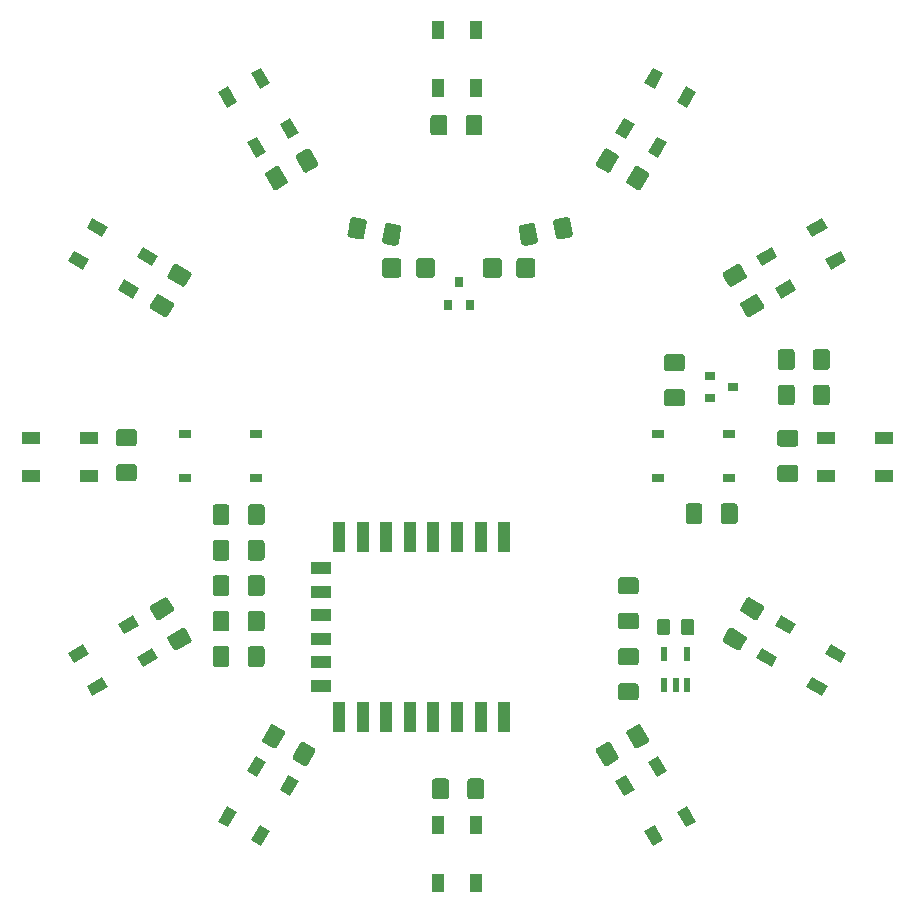
<source format=gtp>
G04 #@! TF.GenerationSoftware,KiCad,Pcbnew,(5.1.5)-3*
G04 #@! TF.CreationDate,2020-02-24T13:55:18+01:00*
G04 #@! TF.ProjectId,Badge,42616467-652e-46b6-9963-61645f706362,rev?*
G04 #@! TF.SameCoordinates,PX3473bc0PY3567e00*
G04 #@! TF.FileFunction,Paste,Top*
G04 #@! TF.FilePolarity,Positive*
%FSLAX46Y46*%
G04 Gerber Fmt 4.6, Leading zero omitted, Abs format (unit mm)*
G04 Created by KiCad (PCBNEW (5.1.5)-3) date 2020-02-24 13:55:18*
%MOMM*%
%LPD*%
G04 APERTURE LIST*
%ADD10R,1.000000X0.700000*%
%ADD11R,0.600000X1.150000*%
%ADD12C,0.100000*%
%ADD13R,0.800000X0.900000*%
%ADD14R,1.000000X1.500000*%
%ADD15R,1.000000X2.500000*%
%ADD16R,1.800000X1.000000*%
%ADD17R,0.900000X0.800000*%
%ADD18R,1.500000X1.000000*%
G04 APERTURE END LIST*
D10*
X23000000Y-1850000D03*
X17000000Y-1850000D03*
X23000000Y1850000D03*
X17000000Y1850000D03*
X-17000000Y-1850000D03*
X-23000000Y-1850000D03*
X-17000000Y1850000D03*
X-23000000Y1850000D03*
D11*
X17550000Y-16800000D03*
X19450000Y-16800000D03*
X19450000Y-19400000D03*
X18500000Y-19400000D03*
X17550000Y-19400000D03*
D12*
G36*
X17824505Y-13801204D02*
G01*
X17848773Y-13804804D01*
X17872572Y-13810765D01*
X17895671Y-13819030D01*
X17917850Y-13829520D01*
X17938893Y-13842132D01*
X17958599Y-13856747D01*
X17976777Y-13873223D01*
X17993253Y-13891401D01*
X18007868Y-13911107D01*
X18020480Y-13932150D01*
X18030970Y-13954329D01*
X18039235Y-13977428D01*
X18045196Y-14001227D01*
X18048796Y-14025495D01*
X18050000Y-14049999D01*
X18050000Y-14950001D01*
X18048796Y-14974505D01*
X18045196Y-14998773D01*
X18039235Y-15022572D01*
X18030970Y-15045671D01*
X18020480Y-15067850D01*
X18007868Y-15088893D01*
X17993253Y-15108599D01*
X17976777Y-15126777D01*
X17958599Y-15143253D01*
X17938893Y-15157868D01*
X17917850Y-15170480D01*
X17895671Y-15180970D01*
X17872572Y-15189235D01*
X17848773Y-15195196D01*
X17824505Y-15198796D01*
X17800001Y-15200000D01*
X17149999Y-15200000D01*
X17125495Y-15198796D01*
X17101227Y-15195196D01*
X17077428Y-15189235D01*
X17054329Y-15180970D01*
X17032150Y-15170480D01*
X17011107Y-15157868D01*
X16991401Y-15143253D01*
X16973223Y-15126777D01*
X16956747Y-15108599D01*
X16942132Y-15088893D01*
X16929520Y-15067850D01*
X16919030Y-15045671D01*
X16910765Y-15022572D01*
X16904804Y-14998773D01*
X16901204Y-14974505D01*
X16900000Y-14950001D01*
X16900000Y-14049999D01*
X16901204Y-14025495D01*
X16904804Y-14001227D01*
X16910765Y-13977428D01*
X16919030Y-13954329D01*
X16929520Y-13932150D01*
X16942132Y-13911107D01*
X16956747Y-13891401D01*
X16973223Y-13873223D01*
X16991401Y-13856747D01*
X17011107Y-13842132D01*
X17032150Y-13829520D01*
X17054329Y-13819030D01*
X17077428Y-13810765D01*
X17101227Y-13804804D01*
X17125495Y-13801204D01*
X17149999Y-13800000D01*
X17800001Y-13800000D01*
X17824505Y-13801204D01*
G37*
G36*
X19874505Y-13801204D02*
G01*
X19898773Y-13804804D01*
X19922572Y-13810765D01*
X19945671Y-13819030D01*
X19967850Y-13829520D01*
X19988893Y-13842132D01*
X20008599Y-13856747D01*
X20026777Y-13873223D01*
X20043253Y-13891401D01*
X20057868Y-13911107D01*
X20070480Y-13932150D01*
X20080970Y-13954329D01*
X20089235Y-13977428D01*
X20095196Y-14001227D01*
X20098796Y-14025495D01*
X20100000Y-14049999D01*
X20100000Y-14950001D01*
X20098796Y-14974505D01*
X20095196Y-14998773D01*
X20089235Y-15022572D01*
X20080970Y-15045671D01*
X20070480Y-15067850D01*
X20057868Y-15088893D01*
X20043253Y-15108599D01*
X20026777Y-15126777D01*
X20008599Y-15143253D01*
X19988893Y-15157868D01*
X19967850Y-15170480D01*
X19945671Y-15180970D01*
X19922572Y-15189235D01*
X19898773Y-15195196D01*
X19874505Y-15198796D01*
X19850001Y-15200000D01*
X19199999Y-15200000D01*
X19175495Y-15198796D01*
X19151227Y-15195196D01*
X19127428Y-15189235D01*
X19104329Y-15180970D01*
X19082150Y-15170480D01*
X19061107Y-15157868D01*
X19041401Y-15143253D01*
X19023223Y-15126777D01*
X19006747Y-15108599D01*
X18992132Y-15088893D01*
X18979520Y-15067850D01*
X18969030Y-15045671D01*
X18960765Y-15022572D01*
X18954804Y-14998773D01*
X18951204Y-14974505D01*
X18950000Y-14950001D01*
X18950000Y-14049999D01*
X18951204Y-14025495D01*
X18954804Y-14001227D01*
X18960765Y-13977428D01*
X18969030Y-13954329D01*
X18979520Y-13932150D01*
X18992132Y-13911107D01*
X19006747Y-13891401D01*
X19023223Y-13873223D01*
X19041401Y-13856747D01*
X19061107Y-13842132D01*
X19082150Y-13829520D01*
X19104329Y-13819030D01*
X19127428Y-13810765D01*
X19151227Y-13804804D01*
X19175495Y-13801204D01*
X19199999Y-13800000D01*
X19850001Y-13800000D01*
X19874505Y-13801204D01*
G37*
G36*
X15149504Y-10301204D02*
G01*
X15173773Y-10304804D01*
X15197571Y-10310765D01*
X15220671Y-10319030D01*
X15242849Y-10329520D01*
X15263893Y-10342133D01*
X15283598Y-10356747D01*
X15301777Y-10373223D01*
X15318253Y-10391402D01*
X15332867Y-10411107D01*
X15345480Y-10432151D01*
X15355970Y-10454329D01*
X15364235Y-10477429D01*
X15370196Y-10501227D01*
X15373796Y-10525496D01*
X15375000Y-10550000D01*
X15375000Y-11475000D01*
X15373796Y-11499504D01*
X15370196Y-11523773D01*
X15364235Y-11547571D01*
X15355970Y-11570671D01*
X15345480Y-11592849D01*
X15332867Y-11613893D01*
X15318253Y-11633598D01*
X15301777Y-11651777D01*
X15283598Y-11668253D01*
X15263893Y-11682867D01*
X15242849Y-11695480D01*
X15220671Y-11705970D01*
X15197571Y-11714235D01*
X15173773Y-11720196D01*
X15149504Y-11723796D01*
X15125000Y-11725000D01*
X13875000Y-11725000D01*
X13850496Y-11723796D01*
X13826227Y-11720196D01*
X13802429Y-11714235D01*
X13779329Y-11705970D01*
X13757151Y-11695480D01*
X13736107Y-11682867D01*
X13716402Y-11668253D01*
X13698223Y-11651777D01*
X13681747Y-11633598D01*
X13667133Y-11613893D01*
X13654520Y-11592849D01*
X13644030Y-11570671D01*
X13635765Y-11547571D01*
X13629804Y-11523773D01*
X13626204Y-11499504D01*
X13625000Y-11475000D01*
X13625000Y-10550000D01*
X13626204Y-10525496D01*
X13629804Y-10501227D01*
X13635765Y-10477429D01*
X13644030Y-10454329D01*
X13654520Y-10432151D01*
X13667133Y-10411107D01*
X13681747Y-10391402D01*
X13698223Y-10373223D01*
X13716402Y-10356747D01*
X13736107Y-10342133D01*
X13757151Y-10329520D01*
X13779329Y-10319030D01*
X13802429Y-10310765D01*
X13826227Y-10304804D01*
X13850496Y-10301204D01*
X13875000Y-10300000D01*
X15125000Y-10300000D01*
X15149504Y-10301204D01*
G37*
G36*
X15149504Y-13276204D02*
G01*
X15173773Y-13279804D01*
X15197571Y-13285765D01*
X15220671Y-13294030D01*
X15242849Y-13304520D01*
X15263893Y-13317133D01*
X15283598Y-13331747D01*
X15301777Y-13348223D01*
X15318253Y-13366402D01*
X15332867Y-13386107D01*
X15345480Y-13407151D01*
X15355970Y-13429329D01*
X15364235Y-13452429D01*
X15370196Y-13476227D01*
X15373796Y-13500496D01*
X15375000Y-13525000D01*
X15375000Y-14450000D01*
X15373796Y-14474504D01*
X15370196Y-14498773D01*
X15364235Y-14522571D01*
X15355970Y-14545671D01*
X15345480Y-14567849D01*
X15332867Y-14588893D01*
X15318253Y-14608598D01*
X15301777Y-14626777D01*
X15283598Y-14643253D01*
X15263893Y-14657867D01*
X15242849Y-14670480D01*
X15220671Y-14680970D01*
X15197571Y-14689235D01*
X15173773Y-14695196D01*
X15149504Y-14698796D01*
X15125000Y-14700000D01*
X13875000Y-14700000D01*
X13850496Y-14698796D01*
X13826227Y-14695196D01*
X13802429Y-14689235D01*
X13779329Y-14680970D01*
X13757151Y-14670480D01*
X13736107Y-14657867D01*
X13716402Y-14643253D01*
X13698223Y-14626777D01*
X13681747Y-14608598D01*
X13667133Y-14588893D01*
X13654520Y-14567849D01*
X13644030Y-14545671D01*
X13635765Y-14522571D01*
X13629804Y-14498773D01*
X13626204Y-14474504D01*
X13625000Y-14450000D01*
X13625000Y-13525000D01*
X13626204Y-13500496D01*
X13629804Y-13476227D01*
X13635765Y-13452429D01*
X13644030Y-13429329D01*
X13654520Y-13407151D01*
X13667133Y-13386107D01*
X13681747Y-13366402D01*
X13698223Y-13348223D01*
X13716402Y-13331747D01*
X13736107Y-13317133D01*
X13757151Y-13304520D01*
X13779329Y-13294030D01*
X13802429Y-13285765D01*
X13826227Y-13279804D01*
X13850496Y-13276204D01*
X13875000Y-13275000D01*
X15125000Y-13275000D01*
X15149504Y-13276204D01*
G37*
G36*
X15149504Y-16301204D02*
G01*
X15173773Y-16304804D01*
X15197571Y-16310765D01*
X15220671Y-16319030D01*
X15242849Y-16329520D01*
X15263893Y-16342133D01*
X15283598Y-16356747D01*
X15301777Y-16373223D01*
X15318253Y-16391402D01*
X15332867Y-16411107D01*
X15345480Y-16432151D01*
X15355970Y-16454329D01*
X15364235Y-16477429D01*
X15370196Y-16501227D01*
X15373796Y-16525496D01*
X15375000Y-16550000D01*
X15375000Y-17475000D01*
X15373796Y-17499504D01*
X15370196Y-17523773D01*
X15364235Y-17547571D01*
X15355970Y-17570671D01*
X15345480Y-17592849D01*
X15332867Y-17613893D01*
X15318253Y-17633598D01*
X15301777Y-17651777D01*
X15283598Y-17668253D01*
X15263893Y-17682867D01*
X15242849Y-17695480D01*
X15220671Y-17705970D01*
X15197571Y-17714235D01*
X15173773Y-17720196D01*
X15149504Y-17723796D01*
X15125000Y-17725000D01*
X13875000Y-17725000D01*
X13850496Y-17723796D01*
X13826227Y-17720196D01*
X13802429Y-17714235D01*
X13779329Y-17705970D01*
X13757151Y-17695480D01*
X13736107Y-17682867D01*
X13716402Y-17668253D01*
X13698223Y-17651777D01*
X13681747Y-17633598D01*
X13667133Y-17613893D01*
X13654520Y-17592849D01*
X13644030Y-17570671D01*
X13635765Y-17547571D01*
X13629804Y-17523773D01*
X13626204Y-17499504D01*
X13625000Y-17475000D01*
X13625000Y-16550000D01*
X13626204Y-16525496D01*
X13629804Y-16501227D01*
X13635765Y-16477429D01*
X13644030Y-16454329D01*
X13654520Y-16432151D01*
X13667133Y-16411107D01*
X13681747Y-16391402D01*
X13698223Y-16373223D01*
X13716402Y-16356747D01*
X13736107Y-16342133D01*
X13757151Y-16329520D01*
X13779329Y-16319030D01*
X13802429Y-16310765D01*
X13826227Y-16304804D01*
X13850496Y-16301204D01*
X13875000Y-16300000D01*
X15125000Y-16300000D01*
X15149504Y-16301204D01*
G37*
G36*
X15149504Y-19276204D02*
G01*
X15173773Y-19279804D01*
X15197571Y-19285765D01*
X15220671Y-19294030D01*
X15242849Y-19304520D01*
X15263893Y-19317133D01*
X15283598Y-19331747D01*
X15301777Y-19348223D01*
X15318253Y-19366402D01*
X15332867Y-19386107D01*
X15345480Y-19407151D01*
X15355970Y-19429329D01*
X15364235Y-19452429D01*
X15370196Y-19476227D01*
X15373796Y-19500496D01*
X15375000Y-19525000D01*
X15375000Y-20450000D01*
X15373796Y-20474504D01*
X15370196Y-20498773D01*
X15364235Y-20522571D01*
X15355970Y-20545671D01*
X15345480Y-20567849D01*
X15332867Y-20588893D01*
X15318253Y-20608598D01*
X15301777Y-20626777D01*
X15283598Y-20643253D01*
X15263893Y-20657867D01*
X15242849Y-20670480D01*
X15220671Y-20680970D01*
X15197571Y-20689235D01*
X15173773Y-20695196D01*
X15149504Y-20698796D01*
X15125000Y-20700000D01*
X13875000Y-20700000D01*
X13850496Y-20698796D01*
X13826227Y-20695196D01*
X13802429Y-20689235D01*
X13779329Y-20680970D01*
X13757151Y-20670480D01*
X13736107Y-20657867D01*
X13716402Y-20643253D01*
X13698223Y-20626777D01*
X13681747Y-20608598D01*
X13667133Y-20588893D01*
X13654520Y-20567849D01*
X13644030Y-20545671D01*
X13635765Y-20522571D01*
X13629804Y-20498773D01*
X13626204Y-20474504D01*
X13625000Y-20450000D01*
X13625000Y-19525000D01*
X13626204Y-19500496D01*
X13629804Y-19476227D01*
X13635765Y-19452429D01*
X13644030Y-19429329D01*
X13654520Y-19407151D01*
X13667133Y-19386107D01*
X13681747Y-19366402D01*
X13698223Y-19348223D01*
X13716402Y-19331747D01*
X13736107Y-19317133D01*
X13757151Y-19304520D01*
X13779329Y-19294030D01*
X13802429Y-19285765D01*
X13826227Y-19279804D01*
X13850496Y-19276204D01*
X13875000Y-19275000D01*
X15125000Y-19275000D01*
X15149504Y-19276204D01*
G37*
G36*
X-16525496Y-13126204D02*
G01*
X-16501227Y-13129804D01*
X-16477429Y-13135765D01*
X-16454329Y-13144030D01*
X-16432151Y-13154520D01*
X-16411107Y-13167133D01*
X-16391402Y-13181747D01*
X-16373223Y-13198223D01*
X-16356747Y-13216402D01*
X-16342133Y-13236107D01*
X-16329520Y-13257151D01*
X-16319030Y-13279329D01*
X-16310765Y-13302429D01*
X-16304804Y-13326227D01*
X-16301204Y-13350496D01*
X-16300000Y-13375000D01*
X-16300000Y-14625000D01*
X-16301204Y-14649504D01*
X-16304804Y-14673773D01*
X-16310765Y-14697571D01*
X-16319030Y-14720671D01*
X-16329520Y-14742849D01*
X-16342133Y-14763893D01*
X-16356747Y-14783598D01*
X-16373223Y-14801777D01*
X-16391402Y-14818253D01*
X-16411107Y-14832867D01*
X-16432151Y-14845480D01*
X-16454329Y-14855970D01*
X-16477429Y-14864235D01*
X-16501227Y-14870196D01*
X-16525496Y-14873796D01*
X-16550000Y-14875000D01*
X-17475000Y-14875000D01*
X-17499504Y-14873796D01*
X-17523773Y-14870196D01*
X-17547571Y-14864235D01*
X-17570671Y-14855970D01*
X-17592849Y-14845480D01*
X-17613893Y-14832867D01*
X-17633598Y-14818253D01*
X-17651777Y-14801777D01*
X-17668253Y-14783598D01*
X-17682867Y-14763893D01*
X-17695480Y-14742849D01*
X-17705970Y-14720671D01*
X-17714235Y-14697571D01*
X-17720196Y-14673773D01*
X-17723796Y-14649504D01*
X-17725000Y-14625000D01*
X-17725000Y-13375000D01*
X-17723796Y-13350496D01*
X-17720196Y-13326227D01*
X-17714235Y-13302429D01*
X-17705970Y-13279329D01*
X-17695480Y-13257151D01*
X-17682867Y-13236107D01*
X-17668253Y-13216402D01*
X-17651777Y-13198223D01*
X-17633598Y-13181747D01*
X-17613893Y-13167133D01*
X-17592849Y-13154520D01*
X-17570671Y-13144030D01*
X-17547571Y-13135765D01*
X-17523773Y-13129804D01*
X-17499504Y-13126204D01*
X-17475000Y-13125000D01*
X-16550000Y-13125000D01*
X-16525496Y-13126204D01*
G37*
G36*
X-19500496Y-13126204D02*
G01*
X-19476227Y-13129804D01*
X-19452429Y-13135765D01*
X-19429329Y-13144030D01*
X-19407151Y-13154520D01*
X-19386107Y-13167133D01*
X-19366402Y-13181747D01*
X-19348223Y-13198223D01*
X-19331747Y-13216402D01*
X-19317133Y-13236107D01*
X-19304520Y-13257151D01*
X-19294030Y-13279329D01*
X-19285765Y-13302429D01*
X-19279804Y-13326227D01*
X-19276204Y-13350496D01*
X-19275000Y-13375000D01*
X-19275000Y-14625000D01*
X-19276204Y-14649504D01*
X-19279804Y-14673773D01*
X-19285765Y-14697571D01*
X-19294030Y-14720671D01*
X-19304520Y-14742849D01*
X-19317133Y-14763893D01*
X-19331747Y-14783598D01*
X-19348223Y-14801777D01*
X-19366402Y-14818253D01*
X-19386107Y-14832867D01*
X-19407151Y-14845480D01*
X-19429329Y-14855970D01*
X-19452429Y-14864235D01*
X-19476227Y-14870196D01*
X-19500496Y-14873796D01*
X-19525000Y-14875000D01*
X-20450000Y-14875000D01*
X-20474504Y-14873796D01*
X-20498773Y-14870196D01*
X-20522571Y-14864235D01*
X-20545671Y-14855970D01*
X-20567849Y-14845480D01*
X-20588893Y-14832867D01*
X-20608598Y-14818253D01*
X-20626777Y-14801777D01*
X-20643253Y-14783598D01*
X-20657867Y-14763893D01*
X-20670480Y-14742849D01*
X-20680970Y-14720671D01*
X-20689235Y-14697571D01*
X-20695196Y-14673773D01*
X-20698796Y-14649504D01*
X-20700000Y-14625000D01*
X-20700000Y-13375000D01*
X-20698796Y-13350496D01*
X-20695196Y-13326227D01*
X-20689235Y-13302429D01*
X-20680970Y-13279329D01*
X-20670480Y-13257151D01*
X-20657867Y-13236107D01*
X-20643253Y-13216402D01*
X-20626777Y-13198223D01*
X-20608598Y-13181747D01*
X-20588893Y-13167133D01*
X-20567849Y-13154520D01*
X-20545671Y-13144030D01*
X-20522571Y-13135765D01*
X-20498773Y-13129804D01*
X-20474504Y-13126204D01*
X-20450000Y-13125000D01*
X-19525000Y-13125000D01*
X-19500496Y-13126204D01*
G37*
G36*
X-16525496Y-10126204D02*
G01*
X-16501227Y-10129804D01*
X-16477429Y-10135765D01*
X-16454329Y-10144030D01*
X-16432151Y-10154520D01*
X-16411107Y-10167133D01*
X-16391402Y-10181747D01*
X-16373223Y-10198223D01*
X-16356747Y-10216402D01*
X-16342133Y-10236107D01*
X-16329520Y-10257151D01*
X-16319030Y-10279329D01*
X-16310765Y-10302429D01*
X-16304804Y-10326227D01*
X-16301204Y-10350496D01*
X-16300000Y-10375000D01*
X-16300000Y-11625000D01*
X-16301204Y-11649504D01*
X-16304804Y-11673773D01*
X-16310765Y-11697571D01*
X-16319030Y-11720671D01*
X-16329520Y-11742849D01*
X-16342133Y-11763893D01*
X-16356747Y-11783598D01*
X-16373223Y-11801777D01*
X-16391402Y-11818253D01*
X-16411107Y-11832867D01*
X-16432151Y-11845480D01*
X-16454329Y-11855970D01*
X-16477429Y-11864235D01*
X-16501227Y-11870196D01*
X-16525496Y-11873796D01*
X-16550000Y-11875000D01*
X-17475000Y-11875000D01*
X-17499504Y-11873796D01*
X-17523773Y-11870196D01*
X-17547571Y-11864235D01*
X-17570671Y-11855970D01*
X-17592849Y-11845480D01*
X-17613893Y-11832867D01*
X-17633598Y-11818253D01*
X-17651777Y-11801777D01*
X-17668253Y-11783598D01*
X-17682867Y-11763893D01*
X-17695480Y-11742849D01*
X-17705970Y-11720671D01*
X-17714235Y-11697571D01*
X-17720196Y-11673773D01*
X-17723796Y-11649504D01*
X-17725000Y-11625000D01*
X-17725000Y-10375000D01*
X-17723796Y-10350496D01*
X-17720196Y-10326227D01*
X-17714235Y-10302429D01*
X-17705970Y-10279329D01*
X-17695480Y-10257151D01*
X-17682867Y-10236107D01*
X-17668253Y-10216402D01*
X-17651777Y-10198223D01*
X-17633598Y-10181747D01*
X-17613893Y-10167133D01*
X-17592849Y-10154520D01*
X-17570671Y-10144030D01*
X-17547571Y-10135765D01*
X-17523773Y-10129804D01*
X-17499504Y-10126204D01*
X-17475000Y-10125000D01*
X-16550000Y-10125000D01*
X-16525496Y-10126204D01*
G37*
G36*
X-19500496Y-10126204D02*
G01*
X-19476227Y-10129804D01*
X-19452429Y-10135765D01*
X-19429329Y-10144030D01*
X-19407151Y-10154520D01*
X-19386107Y-10167133D01*
X-19366402Y-10181747D01*
X-19348223Y-10198223D01*
X-19331747Y-10216402D01*
X-19317133Y-10236107D01*
X-19304520Y-10257151D01*
X-19294030Y-10279329D01*
X-19285765Y-10302429D01*
X-19279804Y-10326227D01*
X-19276204Y-10350496D01*
X-19275000Y-10375000D01*
X-19275000Y-11625000D01*
X-19276204Y-11649504D01*
X-19279804Y-11673773D01*
X-19285765Y-11697571D01*
X-19294030Y-11720671D01*
X-19304520Y-11742849D01*
X-19317133Y-11763893D01*
X-19331747Y-11783598D01*
X-19348223Y-11801777D01*
X-19366402Y-11818253D01*
X-19386107Y-11832867D01*
X-19407151Y-11845480D01*
X-19429329Y-11855970D01*
X-19452429Y-11864235D01*
X-19476227Y-11870196D01*
X-19500496Y-11873796D01*
X-19525000Y-11875000D01*
X-20450000Y-11875000D01*
X-20474504Y-11873796D01*
X-20498773Y-11870196D01*
X-20522571Y-11864235D01*
X-20545671Y-11855970D01*
X-20567849Y-11845480D01*
X-20588893Y-11832867D01*
X-20608598Y-11818253D01*
X-20626777Y-11801777D01*
X-20643253Y-11783598D01*
X-20657867Y-11763893D01*
X-20670480Y-11742849D01*
X-20680970Y-11720671D01*
X-20689235Y-11697571D01*
X-20695196Y-11673773D01*
X-20698796Y-11649504D01*
X-20700000Y-11625000D01*
X-20700000Y-10375000D01*
X-20698796Y-10350496D01*
X-20695196Y-10326227D01*
X-20689235Y-10302429D01*
X-20680970Y-10279329D01*
X-20670480Y-10257151D01*
X-20657867Y-10236107D01*
X-20643253Y-10216402D01*
X-20626777Y-10198223D01*
X-20608598Y-10181747D01*
X-20588893Y-10167133D01*
X-20567849Y-10154520D01*
X-20545671Y-10144030D01*
X-20522571Y-10135765D01*
X-20498773Y-10129804D01*
X-20474504Y-10126204D01*
X-20450000Y-10125000D01*
X-19525000Y-10125000D01*
X-19500496Y-10126204D01*
G37*
G36*
X6399504Y16723796D02*
G01*
X6423773Y16720196D01*
X6447571Y16714235D01*
X6470671Y16705970D01*
X6492849Y16695480D01*
X6513893Y16682867D01*
X6533598Y16668253D01*
X6551777Y16651777D01*
X6568253Y16633598D01*
X6582867Y16613893D01*
X6595480Y16592849D01*
X6605970Y16570671D01*
X6614235Y16547571D01*
X6620196Y16523773D01*
X6623796Y16499504D01*
X6625000Y16475000D01*
X6625000Y15325000D01*
X6623796Y15300496D01*
X6620196Y15276227D01*
X6614235Y15252429D01*
X6605970Y15229329D01*
X6595480Y15207151D01*
X6582867Y15186107D01*
X6568253Y15166402D01*
X6551777Y15148223D01*
X6533598Y15131747D01*
X6513893Y15117133D01*
X6492849Y15104520D01*
X6470671Y15094030D01*
X6447571Y15085765D01*
X6423773Y15079804D01*
X6399504Y15076204D01*
X6375000Y15075000D01*
X5275000Y15075000D01*
X5250496Y15076204D01*
X5226227Y15079804D01*
X5202429Y15085765D01*
X5179329Y15094030D01*
X5157151Y15104520D01*
X5136107Y15117133D01*
X5116402Y15131747D01*
X5098223Y15148223D01*
X5081747Y15166402D01*
X5067133Y15186107D01*
X5054520Y15207151D01*
X5044030Y15229329D01*
X5035765Y15252429D01*
X5029804Y15276227D01*
X5026204Y15300496D01*
X5025000Y15325000D01*
X5025000Y16475000D01*
X5026204Y16499504D01*
X5029804Y16523773D01*
X5035765Y16547571D01*
X5044030Y16570671D01*
X5054520Y16592849D01*
X5067133Y16613893D01*
X5081747Y16633598D01*
X5098223Y16651777D01*
X5116402Y16668253D01*
X5136107Y16682867D01*
X5157151Y16695480D01*
X5179329Y16705970D01*
X5202429Y16714235D01*
X5226227Y16720196D01*
X5250496Y16723796D01*
X5275000Y16725000D01*
X6375000Y16725000D01*
X6399504Y16723796D01*
G37*
G36*
X3549504Y16723796D02*
G01*
X3573773Y16720196D01*
X3597571Y16714235D01*
X3620671Y16705970D01*
X3642849Y16695480D01*
X3663893Y16682867D01*
X3683598Y16668253D01*
X3701777Y16651777D01*
X3718253Y16633598D01*
X3732867Y16613893D01*
X3745480Y16592849D01*
X3755970Y16570671D01*
X3764235Y16547571D01*
X3770196Y16523773D01*
X3773796Y16499504D01*
X3775000Y16475000D01*
X3775000Y15325000D01*
X3773796Y15300496D01*
X3770196Y15276227D01*
X3764235Y15252429D01*
X3755970Y15229329D01*
X3745480Y15207151D01*
X3732867Y15186107D01*
X3718253Y15166402D01*
X3701777Y15148223D01*
X3683598Y15131747D01*
X3663893Y15117133D01*
X3642849Y15104520D01*
X3620671Y15094030D01*
X3597571Y15085765D01*
X3573773Y15079804D01*
X3549504Y15076204D01*
X3525000Y15075000D01*
X2425000Y15075000D01*
X2400496Y15076204D01*
X2376227Y15079804D01*
X2352429Y15085765D01*
X2329329Y15094030D01*
X2307151Y15104520D01*
X2286107Y15117133D01*
X2266402Y15131747D01*
X2248223Y15148223D01*
X2231747Y15166402D01*
X2217133Y15186107D01*
X2204520Y15207151D01*
X2194030Y15229329D01*
X2185765Y15252429D01*
X2179804Y15276227D01*
X2176204Y15300496D01*
X2175000Y15325000D01*
X2175000Y16475000D01*
X2176204Y16499504D01*
X2179804Y16523773D01*
X2185765Y16547571D01*
X2194030Y16570671D01*
X2204520Y16592849D01*
X2217133Y16613893D01*
X2231747Y16633598D01*
X2248223Y16651777D01*
X2266402Y16668253D01*
X2286107Y16682867D01*
X2307151Y16695480D01*
X2329329Y16705970D01*
X2352429Y16714235D01*
X2376227Y16720196D01*
X2400496Y16723796D01*
X2425000Y16725000D01*
X3525000Y16725000D01*
X3549504Y16723796D01*
G37*
G36*
X-4950496Y16723796D02*
G01*
X-4926227Y16720196D01*
X-4902429Y16714235D01*
X-4879329Y16705970D01*
X-4857151Y16695480D01*
X-4836107Y16682867D01*
X-4816402Y16668253D01*
X-4798223Y16651777D01*
X-4781747Y16633598D01*
X-4767133Y16613893D01*
X-4754520Y16592849D01*
X-4744030Y16570671D01*
X-4735765Y16547571D01*
X-4729804Y16523773D01*
X-4726204Y16499504D01*
X-4725000Y16475000D01*
X-4725000Y15325000D01*
X-4726204Y15300496D01*
X-4729804Y15276227D01*
X-4735765Y15252429D01*
X-4744030Y15229329D01*
X-4754520Y15207151D01*
X-4767133Y15186107D01*
X-4781747Y15166402D01*
X-4798223Y15148223D01*
X-4816402Y15131747D01*
X-4836107Y15117133D01*
X-4857151Y15104520D01*
X-4879329Y15094030D01*
X-4902429Y15085765D01*
X-4926227Y15079804D01*
X-4950496Y15076204D01*
X-4975000Y15075000D01*
X-6075000Y15075000D01*
X-6099504Y15076204D01*
X-6123773Y15079804D01*
X-6147571Y15085765D01*
X-6170671Y15094030D01*
X-6192849Y15104520D01*
X-6213893Y15117133D01*
X-6233598Y15131747D01*
X-6251777Y15148223D01*
X-6268253Y15166402D01*
X-6282867Y15186107D01*
X-6295480Y15207151D01*
X-6305970Y15229329D01*
X-6314235Y15252429D01*
X-6320196Y15276227D01*
X-6323796Y15300496D01*
X-6325000Y15325000D01*
X-6325000Y16475000D01*
X-6323796Y16499504D01*
X-6320196Y16523773D01*
X-6314235Y16547571D01*
X-6305970Y16570671D01*
X-6295480Y16592849D01*
X-6282867Y16613893D01*
X-6268253Y16633598D01*
X-6251777Y16651777D01*
X-6233598Y16668253D01*
X-6213893Y16682867D01*
X-6192849Y16695480D01*
X-6170671Y16705970D01*
X-6147571Y16714235D01*
X-6123773Y16720196D01*
X-6099504Y16723796D01*
X-6075000Y16725000D01*
X-4975000Y16725000D01*
X-4950496Y16723796D01*
G37*
G36*
X-2100496Y16723796D02*
G01*
X-2076227Y16720196D01*
X-2052429Y16714235D01*
X-2029329Y16705970D01*
X-2007151Y16695480D01*
X-1986107Y16682867D01*
X-1966402Y16668253D01*
X-1948223Y16651777D01*
X-1931747Y16633598D01*
X-1917133Y16613893D01*
X-1904520Y16592849D01*
X-1894030Y16570671D01*
X-1885765Y16547571D01*
X-1879804Y16523773D01*
X-1876204Y16499504D01*
X-1875000Y16475000D01*
X-1875000Y15325000D01*
X-1876204Y15300496D01*
X-1879804Y15276227D01*
X-1885765Y15252429D01*
X-1894030Y15229329D01*
X-1904520Y15207151D01*
X-1917133Y15186107D01*
X-1931747Y15166402D01*
X-1948223Y15148223D01*
X-1966402Y15131747D01*
X-1986107Y15117133D01*
X-2007151Y15104520D01*
X-2029329Y15094030D01*
X-2052429Y15085765D01*
X-2076227Y15079804D01*
X-2100496Y15076204D01*
X-2125000Y15075000D01*
X-3225000Y15075000D01*
X-3249504Y15076204D01*
X-3273773Y15079804D01*
X-3297571Y15085765D01*
X-3320671Y15094030D01*
X-3342849Y15104520D01*
X-3363893Y15117133D01*
X-3383598Y15131747D01*
X-3401777Y15148223D01*
X-3418253Y15166402D01*
X-3432867Y15186107D01*
X-3445480Y15207151D01*
X-3455970Y15229329D01*
X-3464235Y15252429D01*
X-3470196Y15276227D01*
X-3473796Y15300496D01*
X-3475000Y15325000D01*
X-3475000Y16475000D01*
X-3473796Y16499504D01*
X-3470196Y16523773D01*
X-3464235Y16547571D01*
X-3455970Y16570671D01*
X-3445480Y16592849D01*
X-3432867Y16613893D01*
X-3418253Y16633598D01*
X-3401777Y16651777D01*
X-3383598Y16668253D01*
X-3363893Y16682867D01*
X-3342849Y16695480D01*
X-3320671Y16705970D01*
X-3297571Y16714235D01*
X-3273773Y16720196D01*
X-3249504Y16723796D01*
X-3225000Y16725000D01*
X-2125000Y16725000D01*
X-2100496Y16723796D01*
G37*
D13*
X150000Y14750000D03*
X1100000Y12750000D03*
X-800000Y12750000D03*
D12*
G36*
X20549504Y-4026204D02*
G01*
X20573773Y-4029804D01*
X20597571Y-4035765D01*
X20620671Y-4044030D01*
X20642849Y-4054520D01*
X20663893Y-4067133D01*
X20683598Y-4081747D01*
X20701777Y-4098223D01*
X20718253Y-4116402D01*
X20732867Y-4136107D01*
X20745480Y-4157151D01*
X20755970Y-4179329D01*
X20764235Y-4202429D01*
X20770196Y-4226227D01*
X20773796Y-4250496D01*
X20775000Y-4275000D01*
X20775000Y-5525000D01*
X20773796Y-5549504D01*
X20770196Y-5573773D01*
X20764235Y-5597571D01*
X20755970Y-5620671D01*
X20745480Y-5642849D01*
X20732867Y-5663893D01*
X20718253Y-5683598D01*
X20701777Y-5701777D01*
X20683598Y-5718253D01*
X20663893Y-5732867D01*
X20642849Y-5745480D01*
X20620671Y-5755970D01*
X20597571Y-5764235D01*
X20573773Y-5770196D01*
X20549504Y-5773796D01*
X20525000Y-5775000D01*
X19600000Y-5775000D01*
X19575496Y-5773796D01*
X19551227Y-5770196D01*
X19527429Y-5764235D01*
X19504329Y-5755970D01*
X19482151Y-5745480D01*
X19461107Y-5732867D01*
X19441402Y-5718253D01*
X19423223Y-5701777D01*
X19406747Y-5683598D01*
X19392133Y-5663893D01*
X19379520Y-5642849D01*
X19369030Y-5620671D01*
X19360765Y-5597571D01*
X19354804Y-5573773D01*
X19351204Y-5549504D01*
X19350000Y-5525000D01*
X19350000Y-4275000D01*
X19351204Y-4250496D01*
X19354804Y-4226227D01*
X19360765Y-4202429D01*
X19369030Y-4179329D01*
X19379520Y-4157151D01*
X19392133Y-4136107D01*
X19406747Y-4116402D01*
X19423223Y-4098223D01*
X19441402Y-4081747D01*
X19461107Y-4067133D01*
X19482151Y-4054520D01*
X19504329Y-4044030D01*
X19527429Y-4035765D01*
X19551227Y-4029804D01*
X19575496Y-4026204D01*
X19600000Y-4025000D01*
X20525000Y-4025000D01*
X20549504Y-4026204D01*
G37*
G36*
X23524504Y-4026204D02*
G01*
X23548773Y-4029804D01*
X23572571Y-4035765D01*
X23595671Y-4044030D01*
X23617849Y-4054520D01*
X23638893Y-4067133D01*
X23658598Y-4081747D01*
X23676777Y-4098223D01*
X23693253Y-4116402D01*
X23707867Y-4136107D01*
X23720480Y-4157151D01*
X23730970Y-4179329D01*
X23739235Y-4202429D01*
X23745196Y-4226227D01*
X23748796Y-4250496D01*
X23750000Y-4275000D01*
X23750000Y-5525000D01*
X23748796Y-5549504D01*
X23745196Y-5573773D01*
X23739235Y-5597571D01*
X23730970Y-5620671D01*
X23720480Y-5642849D01*
X23707867Y-5663893D01*
X23693253Y-5683598D01*
X23676777Y-5701777D01*
X23658598Y-5718253D01*
X23638893Y-5732867D01*
X23617849Y-5745480D01*
X23595671Y-5755970D01*
X23572571Y-5764235D01*
X23548773Y-5770196D01*
X23524504Y-5773796D01*
X23500000Y-5775000D01*
X22575000Y-5775000D01*
X22550496Y-5773796D01*
X22526227Y-5770196D01*
X22502429Y-5764235D01*
X22479329Y-5755970D01*
X22457151Y-5745480D01*
X22436107Y-5732867D01*
X22416402Y-5718253D01*
X22398223Y-5701777D01*
X22381747Y-5683598D01*
X22367133Y-5663893D01*
X22354520Y-5642849D01*
X22344030Y-5620671D01*
X22335765Y-5597571D01*
X22329804Y-5573773D01*
X22326204Y-5549504D01*
X22325000Y-5525000D01*
X22325000Y-4275000D01*
X22326204Y-4250496D01*
X22329804Y-4226227D01*
X22335765Y-4202429D01*
X22344030Y-4179329D01*
X22354520Y-4157151D01*
X22367133Y-4136107D01*
X22381747Y-4116402D01*
X22398223Y-4098223D01*
X22416402Y-4081747D01*
X22436107Y-4067133D01*
X22457151Y-4054520D01*
X22479329Y-4044030D01*
X22502429Y-4035765D01*
X22526227Y-4029804D01*
X22550496Y-4026204D01*
X22575000Y-4025000D01*
X23500000Y-4025000D01*
X23524504Y-4026204D01*
G37*
G36*
X-19500496Y-4126204D02*
G01*
X-19476227Y-4129804D01*
X-19452429Y-4135765D01*
X-19429329Y-4144030D01*
X-19407151Y-4154520D01*
X-19386107Y-4167133D01*
X-19366402Y-4181747D01*
X-19348223Y-4198223D01*
X-19331747Y-4216402D01*
X-19317133Y-4236107D01*
X-19304520Y-4257151D01*
X-19294030Y-4279329D01*
X-19285765Y-4302429D01*
X-19279804Y-4326227D01*
X-19276204Y-4350496D01*
X-19275000Y-4375000D01*
X-19275000Y-5625000D01*
X-19276204Y-5649504D01*
X-19279804Y-5673773D01*
X-19285765Y-5697571D01*
X-19294030Y-5720671D01*
X-19304520Y-5742849D01*
X-19317133Y-5763893D01*
X-19331747Y-5783598D01*
X-19348223Y-5801777D01*
X-19366402Y-5818253D01*
X-19386107Y-5832867D01*
X-19407151Y-5845480D01*
X-19429329Y-5855970D01*
X-19452429Y-5864235D01*
X-19476227Y-5870196D01*
X-19500496Y-5873796D01*
X-19525000Y-5875000D01*
X-20450000Y-5875000D01*
X-20474504Y-5873796D01*
X-20498773Y-5870196D01*
X-20522571Y-5864235D01*
X-20545671Y-5855970D01*
X-20567849Y-5845480D01*
X-20588893Y-5832867D01*
X-20608598Y-5818253D01*
X-20626777Y-5801777D01*
X-20643253Y-5783598D01*
X-20657867Y-5763893D01*
X-20670480Y-5742849D01*
X-20680970Y-5720671D01*
X-20689235Y-5697571D01*
X-20695196Y-5673773D01*
X-20698796Y-5649504D01*
X-20700000Y-5625000D01*
X-20700000Y-4375000D01*
X-20698796Y-4350496D01*
X-20695196Y-4326227D01*
X-20689235Y-4302429D01*
X-20680970Y-4279329D01*
X-20670480Y-4257151D01*
X-20657867Y-4236107D01*
X-20643253Y-4216402D01*
X-20626777Y-4198223D01*
X-20608598Y-4181747D01*
X-20588893Y-4167133D01*
X-20567849Y-4154520D01*
X-20545671Y-4144030D01*
X-20522571Y-4135765D01*
X-20498773Y-4129804D01*
X-20474504Y-4126204D01*
X-20450000Y-4125000D01*
X-19525000Y-4125000D01*
X-19500496Y-4126204D01*
G37*
G36*
X-16525496Y-4126204D02*
G01*
X-16501227Y-4129804D01*
X-16477429Y-4135765D01*
X-16454329Y-4144030D01*
X-16432151Y-4154520D01*
X-16411107Y-4167133D01*
X-16391402Y-4181747D01*
X-16373223Y-4198223D01*
X-16356747Y-4216402D01*
X-16342133Y-4236107D01*
X-16329520Y-4257151D01*
X-16319030Y-4279329D01*
X-16310765Y-4302429D01*
X-16304804Y-4326227D01*
X-16301204Y-4350496D01*
X-16300000Y-4375000D01*
X-16300000Y-5625000D01*
X-16301204Y-5649504D01*
X-16304804Y-5673773D01*
X-16310765Y-5697571D01*
X-16319030Y-5720671D01*
X-16329520Y-5742849D01*
X-16342133Y-5763893D01*
X-16356747Y-5783598D01*
X-16373223Y-5801777D01*
X-16391402Y-5818253D01*
X-16411107Y-5832867D01*
X-16432151Y-5845480D01*
X-16454329Y-5855970D01*
X-16477429Y-5864235D01*
X-16501227Y-5870196D01*
X-16525496Y-5873796D01*
X-16550000Y-5875000D01*
X-17475000Y-5875000D01*
X-17499504Y-5873796D01*
X-17523773Y-5870196D01*
X-17547571Y-5864235D01*
X-17570671Y-5855970D01*
X-17592849Y-5845480D01*
X-17613893Y-5832867D01*
X-17633598Y-5818253D01*
X-17651777Y-5801777D01*
X-17668253Y-5783598D01*
X-17682867Y-5763893D01*
X-17695480Y-5742849D01*
X-17705970Y-5720671D01*
X-17714235Y-5697571D01*
X-17720196Y-5673773D01*
X-17723796Y-5649504D01*
X-17725000Y-5625000D01*
X-17725000Y-4375000D01*
X-17723796Y-4350496D01*
X-17720196Y-4326227D01*
X-17714235Y-4302429D01*
X-17705970Y-4279329D01*
X-17695480Y-4257151D01*
X-17682867Y-4236107D01*
X-17668253Y-4216402D01*
X-17651777Y-4198223D01*
X-17633598Y-4181747D01*
X-17613893Y-4167133D01*
X-17592849Y-4154520D01*
X-17570671Y-4144030D01*
X-17547571Y-4135765D01*
X-17523773Y-4129804D01*
X-17499504Y-4126204D01*
X-17475000Y-4125000D01*
X-16550000Y-4125000D01*
X-16525496Y-4126204D01*
G37*
G36*
X28349504Y6023796D02*
G01*
X28373773Y6020196D01*
X28397571Y6014235D01*
X28420671Y6005970D01*
X28442849Y5995480D01*
X28463893Y5982867D01*
X28483598Y5968253D01*
X28501777Y5951777D01*
X28518253Y5933598D01*
X28532867Y5913893D01*
X28545480Y5892849D01*
X28555970Y5870671D01*
X28564235Y5847571D01*
X28570196Y5823773D01*
X28573796Y5799504D01*
X28575000Y5775000D01*
X28575000Y4525000D01*
X28573796Y4500496D01*
X28570196Y4476227D01*
X28564235Y4452429D01*
X28555970Y4429329D01*
X28545480Y4407151D01*
X28532867Y4386107D01*
X28518253Y4366402D01*
X28501777Y4348223D01*
X28483598Y4331747D01*
X28463893Y4317133D01*
X28442849Y4304520D01*
X28420671Y4294030D01*
X28397571Y4285765D01*
X28373773Y4279804D01*
X28349504Y4276204D01*
X28325000Y4275000D01*
X27400000Y4275000D01*
X27375496Y4276204D01*
X27351227Y4279804D01*
X27327429Y4285765D01*
X27304329Y4294030D01*
X27282151Y4304520D01*
X27261107Y4317133D01*
X27241402Y4331747D01*
X27223223Y4348223D01*
X27206747Y4366402D01*
X27192133Y4386107D01*
X27179520Y4407151D01*
X27169030Y4429329D01*
X27160765Y4452429D01*
X27154804Y4476227D01*
X27151204Y4500496D01*
X27150000Y4525000D01*
X27150000Y5775000D01*
X27151204Y5799504D01*
X27154804Y5823773D01*
X27160765Y5847571D01*
X27169030Y5870671D01*
X27179520Y5892849D01*
X27192133Y5913893D01*
X27206747Y5933598D01*
X27223223Y5951777D01*
X27241402Y5968253D01*
X27261107Y5982867D01*
X27282151Y5995480D01*
X27304329Y6005970D01*
X27327429Y6014235D01*
X27351227Y6020196D01*
X27375496Y6023796D01*
X27400000Y6025000D01*
X28325000Y6025000D01*
X28349504Y6023796D01*
G37*
G36*
X31324504Y6023796D02*
G01*
X31348773Y6020196D01*
X31372571Y6014235D01*
X31395671Y6005970D01*
X31417849Y5995480D01*
X31438893Y5982867D01*
X31458598Y5968253D01*
X31476777Y5951777D01*
X31493253Y5933598D01*
X31507867Y5913893D01*
X31520480Y5892849D01*
X31530970Y5870671D01*
X31539235Y5847571D01*
X31545196Y5823773D01*
X31548796Y5799504D01*
X31550000Y5775000D01*
X31550000Y4525000D01*
X31548796Y4500496D01*
X31545196Y4476227D01*
X31539235Y4452429D01*
X31530970Y4429329D01*
X31520480Y4407151D01*
X31507867Y4386107D01*
X31493253Y4366402D01*
X31476777Y4348223D01*
X31458598Y4331747D01*
X31438893Y4317133D01*
X31417849Y4304520D01*
X31395671Y4294030D01*
X31372571Y4285765D01*
X31348773Y4279804D01*
X31324504Y4276204D01*
X31300000Y4275000D01*
X30375000Y4275000D01*
X30350496Y4276204D01*
X30326227Y4279804D01*
X30302429Y4285765D01*
X30279329Y4294030D01*
X30257151Y4304520D01*
X30236107Y4317133D01*
X30216402Y4331747D01*
X30198223Y4348223D01*
X30181747Y4366402D01*
X30167133Y4386107D01*
X30154520Y4407151D01*
X30144030Y4429329D01*
X30135765Y4452429D01*
X30129804Y4476227D01*
X30126204Y4500496D01*
X30125000Y4525000D01*
X30125000Y5775000D01*
X30126204Y5799504D01*
X30129804Y5823773D01*
X30135765Y5847571D01*
X30144030Y5870671D01*
X30154520Y5892849D01*
X30167133Y5913893D01*
X30181747Y5933598D01*
X30198223Y5951777D01*
X30216402Y5968253D01*
X30236107Y5982867D01*
X30257151Y5995480D01*
X30279329Y6005970D01*
X30302429Y6014235D01*
X30326227Y6020196D01*
X30350496Y6023796D01*
X30375000Y6025000D01*
X31300000Y6025000D01*
X31324504Y6023796D01*
G37*
G36*
X28349504Y9023796D02*
G01*
X28373773Y9020196D01*
X28397571Y9014235D01*
X28420671Y9005970D01*
X28442849Y8995480D01*
X28463893Y8982867D01*
X28483598Y8968253D01*
X28501777Y8951777D01*
X28518253Y8933598D01*
X28532867Y8913893D01*
X28545480Y8892849D01*
X28555970Y8870671D01*
X28564235Y8847571D01*
X28570196Y8823773D01*
X28573796Y8799504D01*
X28575000Y8775000D01*
X28575000Y7525000D01*
X28573796Y7500496D01*
X28570196Y7476227D01*
X28564235Y7452429D01*
X28555970Y7429329D01*
X28545480Y7407151D01*
X28532867Y7386107D01*
X28518253Y7366402D01*
X28501777Y7348223D01*
X28483598Y7331747D01*
X28463893Y7317133D01*
X28442849Y7304520D01*
X28420671Y7294030D01*
X28397571Y7285765D01*
X28373773Y7279804D01*
X28349504Y7276204D01*
X28325000Y7275000D01*
X27400000Y7275000D01*
X27375496Y7276204D01*
X27351227Y7279804D01*
X27327429Y7285765D01*
X27304329Y7294030D01*
X27282151Y7304520D01*
X27261107Y7317133D01*
X27241402Y7331747D01*
X27223223Y7348223D01*
X27206747Y7366402D01*
X27192133Y7386107D01*
X27179520Y7407151D01*
X27169030Y7429329D01*
X27160765Y7452429D01*
X27154804Y7476227D01*
X27151204Y7500496D01*
X27150000Y7525000D01*
X27150000Y8775000D01*
X27151204Y8799504D01*
X27154804Y8823773D01*
X27160765Y8847571D01*
X27169030Y8870671D01*
X27179520Y8892849D01*
X27192133Y8913893D01*
X27206747Y8933598D01*
X27223223Y8951777D01*
X27241402Y8968253D01*
X27261107Y8982867D01*
X27282151Y8995480D01*
X27304329Y9005970D01*
X27327429Y9014235D01*
X27351227Y9020196D01*
X27375496Y9023796D01*
X27400000Y9025000D01*
X28325000Y9025000D01*
X28349504Y9023796D01*
G37*
G36*
X31324504Y9023796D02*
G01*
X31348773Y9020196D01*
X31372571Y9014235D01*
X31395671Y9005970D01*
X31417849Y8995480D01*
X31438893Y8982867D01*
X31458598Y8968253D01*
X31476777Y8951777D01*
X31493253Y8933598D01*
X31507867Y8913893D01*
X31520480Y8892849D01*
X31530970Y8870671D01*
X31539235Y8847571D01*
X31545196Y8823773D01*
X31548796Y8799504D01*
X31550000Y8775000D01*
X31550000Y7525000D01*
X31548796Y7500496D01*
X31545196Y7476227D01*
X31539235Y7452429D01*
X31530970Y7429329D01*
X31520480Y7407151D01*
X31507867Y7386107D01*
X31493253Y7366402D01*
X31476777Y7348223D01*
X31458598Y7331747D01*
X31438893Y7317133D01*
X31417849Y7304520D01*
X31395671Y7294030D01*
X31372571Y7285765D01*
X31348773Y7279804D01*
X31324504Y7276204D01*
X31300000Y7275000D01*
X30375000Y7275000D01*
X30350496Y7276204D01*
X30326227Y7279804D01*
X30302429Y7285765D01*
X30279329Y7294030D01*
X30257151Y7304520D01*
X30236107Y7317133D01*
X30216402Y7331747D01*
X30198223Y7348223D01*
X30181747Y7366402D01*
X30167133Y7386107D01*
X30154520Y7407151D01*
X30144030Y7429329D01*
X30135765Y7452429D01*
X30129804Y7476227D01*
X30126204Y7500496D01*
X30125000Y7525000D01*
X30125000Y8775000D01*
X30126204Y8799504D01*
X30129804Y8823773D01*
X30135765Y8847571D01*
X30144030Y8870671D01*
X30154520Y8892849D01*
X30167133Y8913893D01*
X30181747Y8933598D01*
X30198223Y8951777D01*
X30216402Y8968253D01*
X30236107Y8982867D01*
X30257151Y8995480D01*
X30279329Y9005970D01*
X30302429Y9014235D01*
X30326227Y9020196D01*
X30350496Y9023796D01*
X30375000Y9025000D01*
X31300000Y9025000D01*
X31324504Y9023796D01*
G37*
G36*
X19049504Y8598796D02*
G01*
X19073773Y8595196D01*
X19097571Y8589235D01*
X19120671Y8580970D01*
X19142849Y8570480D01*
X19163893Y8557867D01*
X19183598Y8543253D01*
X19201777Y8526777D01*
X19218253Y8508598D01*
X19232867Y8488893D01*
X19245480Y8467849D01*
X19255970Y8445671D01*
X19264235Y8422571D01*
X19270196Y8398773D01*
X19273796Y8374504D01*
X19275000Y8350000D01*
X19275000Y7425000D01*
X19273796Y7400496D01*
X19270196Y7376227D01*
X19264235Y7352429D01*
X19255970Y7329329D01*
X19245480Y7307151D01*
X19232867Y7286107D01*
X19218253Y7266402D01*
X19201777Y7248223D01*
X19183598Y7231747D01*
X19163893Y7217133D01*
X19142849Y7204520D01*
X19120671Y7194030D01*
X19097571Y7185765D01*
X19073773Y7179804D01*
X19049504Y7176204D01*
X19025000Y7175000D01*
X17775000Y7175000D01*
X17750496Y7176204D01*
X17726227Y7179804D01*
X17702429Y7185765D01*
X17679329Y7194030D01*
X17657151Y7204520D01*
X17636107Y7217133D01*
X17616402Y7231747D01*
X17598223Y7248223D01*
X17581747Y7266402D01*
X17567133Y7286107D01*
X17554520Y7307151D01*
X17544030Y7329329D01*
X17535765Y7352429D01*
X17529804Y7376227D01*
X17526204Y7400496D01*
X17525000Y7425000D01*
X17525000Y8350000D01*
X17526204Y8374504D01*
X17529804Y8398773D01*
X17535765Y8422571D01*
X17544030Y8445671D01*
X17554520Y8467849D01*
X17567133Y8488893D01*
X17581747Y8508598D01*
X17598223Y8526777D01*
X17616402Y8543253D01*
X17636107Y8557867D01*
X17657151Y8570480D01*
X17679329Y8580970D01*
X17702429Y8589235D01*
X17726227Y8595196D01*
X17750496Y8598796D01*
X17775000Y8600000D01*
X19025000Y8600000D01*
X19049504Y8598796D01*
G37*
G36*
X19049504Y5623796D02*
G01*
X19073773Y5620196D01*
X19097571Y5614235D01*
X19120671Y5605970D01*
X19142849Y5595480D01*
X19163893Y5582867D01*
X19183598Y5568253D01*
X19201777Y5551777D01*
X19218253Y5533598D01*
X19232867Y5513893D01*
X19245480Y5492849D01*
X19255970Y5470671D01*
X19264235Y5447571D01*
X19270196Y5423773D01*
X19273796Y5399504D01*
X19275000Y5375000D01*
X19275000Y4450000D01*
X19273796Y4425496D01*
X19270196Y4401227D01*
X19264235Y4377429D01*
X19255970Y4354329D01*
X19245480Y4332151D01*
X19232867Y4311107D01*
X19218253Y4291402D01*
X19201777Y4273223D01*
X19183598Y4256747D01*
X19163893Y4242133D01*
X19142849Y4229520D01*
X19120671Y4219030D01*
X19097571Y4210765D01*
X19073773Y4204804D01*
X19049504Y4201204D01*
X19025000Y4200000D01*
X17775000Y4200000D01*
X17750496Y4201204D01*
X17726227Y4204804D01*
X17702429Y4210765D01*
X17679329Y4219030D01*
X17657151Y4229520D01*
X17636107Y4242133D01*
X17616402Y4256747D01*
X17598223Y4273223D01*
X17581747Y4291402D01*
X17567133Y4311107D01*
X17554520Y4332151D01*
X17544030Y4354329D01*
X17535765Y4377429D01*
X17529804Y4401227D01*
X17526204Y4425496D01*
X17525000Y4450000D01*
X17525000Y5375000D01*
X17526204Y5399504D01*
X17529804Y5423773D01*
X17535765Y5447571D01*
X17544030Y5470671D01*
X17554520Y5492849D01*
X17567133Y5513893D01*
X17581747Y5533598D01*
X17598223Y5551777D01*
X17616402Y5568253D01*
X17636107Y5582867D01*
X17657151Y5595480D01*
X17679329Y5605970D01*
X17702429Y5614235D01*
X17726227Y5620196D01*
X17750496Y5623796D01*
X17775000Y5625000D01*
X19025000Y5625000D01*
X19049504Y5623796D01*
G37*
G36*
X25320117Y13674289D02*
G01*
X25344490Y13671485D01*
X25368471Y13666305D01*
X25391829Y13658800D01*
X25414338Y13649042D01*
X25435783Y13637125D01*
X25455956Y13623162D01*
X25474664Y13607290D01*
X25491726Y13589660D01*
X25506978Y13570443D01*
X25520272Y13549824D01*
X25982772Y12748750D01*
X25993982Y12726927D01*
X26002999Y12704110D01*
X26009735Y12680519D01*
X26014127Y12656381D01*
X26016132Y12631930D01*
X26015731Y12607399D01*
X26012927Y12583026D01*
X26007747Y12559045D01*
X26000242Y12535687D01*
X25990484Y12513178D01*
X25978567Y12491733D01*
X25964604Y12471560D01*
X25948732Y12452852D01*
X25931102Y12435790D01*
X25911885Y12420538D01*
X25891266Y12407244D01*
X24808734Y11782244D01*
X24786911Y11771034D01*
X24764094Y11762017D01*
X24740503Y11755281D01*
X24716366Y11750889D01*
X24691914Y11748884D01*
X24667383Y11749285D01*
X24643010Y11752089D01*
X24619029Y11757269D01*
X24595671Y11764774D01*
X24573162Y11774532D01*
X24551717Y11786449D01*
X24531544Y11800412D01*
X24512836Y11816284D01*
X24495774Y11833914D01*
X24480522Y11853131D01*
X24467228Y11873750D01*
X24004728Y12674824D01*
X23993518Y12696647D01*
X23984501Y12719464D01*
X23977765Y12743055D01*
X23973373Y12767193D01*
X23971368Y12791644D01*
X23971769Y12816175D01*
X23974573Y12840548D01*
X23979753Y12864529D01*
X23987258Y12887887D01*
X23997016Y12910396D01*
X24008933Y12931841D01*
X24022896Y12952014D01*
X24038768Y12970722D01*
X24056398Y12987784D01*
X24075615Y13003036D01*
X24096234Y13016330D01*
X25178766Y13641330D01*
X25200589Y13652540D01*
X25223406Y13661557D01*
X25246997Y13668293D01*
X25271134Y13672685D01*
X25295586Y13674690D01*
X25320117Y13674289D01*
G37*
G36*
X23832617Y16250715D02*
G01*
X23856990Y16247911D01*
X23880971Y16242731D01*
X23904329Y16235226D01*
X23926838Y16225468D01*
X23948283Y16213551D01*
X23968456Y16199588D01*
X23987164Y16183716D01*
X24004226Y16166086D01*
X24019478Y16146869D01*
X24032772Y16126250D01*
X24495272Y15325176D01*
X24506482Y15303353D01*
X24515499Y15280536D01*
X24522235Y15256945D01*
X24526627Y15232807D01*
X24528632Y15208356D01*
X24528231Y15183825D01*
X24525427Y15159452D01*
X24520247Y15135471D01*
X24512742Y15112113D01*
X24502984Y15089604D01*
X24491067Y15068159D01*
X24477104Y15047986D01*
X24461232Y15029278D01*
X24443602Y15012216D01*
X24424385Y14996964D01*
X24403766Y14983670D01*
X23321234Y14358670D01*
X23299411Y14347460D01*
X23276594Y14338443D01*
X23253003Y14331707D01*
X23228866Y14327315D01*
X23204414Y14325310D01*
X23179883Y14325711D01*
X23155510Y14328515D01*
X23131529Y14333695D01*
X23108171Y14341200D01*
X23085662Y14350958D01*
X23064217Y14362875D01*
X23044044Y14376838D01*
X23025336Y14392710D01*
X23008274Y14410340D01*
X22993022Y14429557D01*
X22979728Y14450176D01*
X22517228Y15251250D01*
X22506018Y15273073D01*
X22497001Y15295890D01*
X22490265Y15319481D01*
X22485873Y15343619D01*
X22483868Y15368070D01*
X22484269Y15392601D01*
X22487073Y15416974D01*
X22492253Y15440955D01*
X22499758Y15464313D01*
X22509516Y15486822D01*
X22521433Y15508267D01*
X22535396Y15528440D01*
X22551268Y15547148D01*
X22568898Y15564210D01*
X22588115Y15579462D01*
X22608734Y15592756D01*
X23691266Y16217756D01*
X23713089Y16228966D01*
X23735906Y16237983D01*
X23759497Y16244719D01*
X23783634Y16249111D01*
X23808086Y16251116D01*
X23832617Y16250715D01*
G37*
G36*
X15232808Y24526627D02*
G01*
X15256945Y24522235D01*
X15280536Y24515499D01*
X15303353Y24506482D01*
X15325176Y24495272D01*
X16126250Y24032772D01*
X16146869Y24019478D01*
X16166086Y24004226D01*
X16183716Y23987164D01*
X16199588Y23968456D01*
X16213551Y23948283D01*
X16225468Y23926838D01*
X16235226Y23904329D01*
X16242731Y23880971D01*
X16247911Y23856990D01*
X16250715Y23832617D01*
X16251116Y23808086D01*
X16249111Y23783635D01*
X16244719Y23759497D01*
X16237983Y23735906D01*
X16228966Y23713089D01*
X16217756Y23691266D01*
X15592756Y22608734D01*
X15579462Y22588115D01*
X15564210Y22568898D01*
X15547148Y22551268D01*
X15528440Y22535396D01*
X15508267Y22521433D01*
X15486822Y22509516D01*
X15464313Y22499758D01*
X15440955Y22492253D01*
X15416974Y22487073D01*
X15392601Y22484269D01*
X15368070Y22483868D01*
X15343618Y22485873D01*
X15319481Y22490265D01*
X15295890Y22497001D01*
X15273073Y22506018D01*
X15251250Y22517228D01*
X14450176Y22979728D01*
X14429557Y22993022D01*
X14410340Y23008274D01*
X14392710Y23025336D01*
X14376838Y23044044D01*
X14362875Y23064217D01*
X14350958Y23085662D01*
X14341200Y23108171D01*
X14333695Y23131529D01*
X14328515Y23155510D01*
X14325711Y23179883D01*
X14325310Y23204414D01*
X14327315Y23228865D01*
X14331707Y23253003D01*
X14338443Y23276594D01*
X14347460Y23299411D01*
X14358670Y23321234D01*
X14983670Y24403766D01*
X14996964Y24424385D01*
X15012216Y24443602D01*
X15029278Y24461232D01*
X15047986Y24477104D01*
X15068159Y24491067D01*
X15089604Y24502984D01*
X15112113Y24512742D01*
X15135471Y24520247D01*
X15159452Y24525427D01*
X15183825Y24528231D01*
X15208356Y24528632D01*
X15232808Y24526627D01*
G37*
G36*
X12656382Y26014127D02*
G01*
X12680519Y26009735D01*
X12704110Y26002999D01*
X12726927Y25993982D01*
X12748750Y25982772D01*
X13549824Y25520272D01*
X13570443Y25506978D01*
X13589660Y25491726D01*
X13607290Y25474664D01*
X13623162Y25455956D01*
X13637125Y25435783D01*
X13649042Y25414338D01*
X13658800Y25391829D01*
X13666305Y25368471D01*
X13671485Y25344490D01*
X13674289Y25320117D01*
X13674690Y25295586D01*
X13672685Y25271135D01*
X13668293Y25246997D01*
X13661557Y25223406D01*
X13652540Y25200589D01*
X13641330Y25178766D01*
X13016330Y24096234D01*
X13003036Y24075615D01*
X12987784Y24056398D01*
X12970722Y24038768D01*
X12952014Y24022896D01*
X12931841Y24008933D01*
X12910396Y23997016D01*
X12887887Y23987258D01*
X12864529Y23979753D01*
X12840548Y23974573D01*
X12816175Y23971769D01*
X12791644Y23971368D01*
X12767192Y23973373D01*
X12743055Y23977765D01*
X12719464Y23984501D01*
X12696647Y23993518D01*
X12674824Y24004728D01*
X11873750Y24467228D01*
X11853131Y24480522D01*
X11833914Y24495774D01*
X11816284Y24512836D01*
X11800412Y24531544D01*
X11786449Y24551717D01*
X11774532Y24573162D01*
X11764774Y24595671D01*
X11757269Y24619029D01*
X11752089Y24643010D01*
X11749285Y24667383D01*
X11748884Y24691914D01*
X11750889Y24716365D01*
X11755281Y24740503D01*
X11762017Y24764094D01*
X11771034Y24786911D01*
X11782244Y24808734D01*
X12407244Y25891266D01*
X12420538Y25911885D01*
X12435790Y25931102D01*
X12452852Y25948732D01*
X12471560Y25964604D01*
X12491733Y25978567D01*
X12513178Y25990484D01*
X12535687Y26000242D01*
X12559045Y26007747D01*
X12583026Y26012927D01*
X12607399Y26015731D01*
X12631930Y26016132D01*
X12656382Y26014127D01*
G37*
G36*
X1924503Y28873796D02*
G01*
X1948772Y28870196D01*
X1972570Y28864235D01*
X1995670Y28855970D01*
X2017848Y28845480D01*
X2038892Y28832867D01*
X2058597Y28818253D01*
X2076776Y28801777D01*
X2093252Y28783598D01*
X2107866Y28763893D01*
X2120479Y28742849D01*
X2130969Y28720671D01*
X2139234Y28697571D01*
X2145195Y28673773D01*
X2148795Y28649504D01*
X2149999Y28625000D01*
X2149999Y27375000D01*
X2148795Y27350496D01*
X2145195Y27326227D01*
X2139234Y27302429D01*
X2130969Y27279329D01*
X2120479Y27257151D01*
X2107866Y27236107D01*
X2093252Y27216402D01*
X2076776Y27198223D01*
X2058597Y27181747D01*
X2038892Y27167133D01*
X2017848Y27154520D01*
X1995670Y27144030D01*
X1972570Y27135765D01*
X1948772Y27129804D01*
X1924503Y27126204D01*
X1899999Y27125000D01*
X974999Y27125000D01*
X950495Y27126204D01*
X926226Y27129804D01*
X902428Y27135765D01*
X879328Y27144030D01*
X857150Y27154520D01*
X836106Y27167133D01*
X816401Y27181747D01*
X798222Y27198223D01*
X781746Y27216402D01*
X767132Y27236107D01*
X754519Y27257151D01*
X744029Y27279329D01*
X735764Y27302429D01*
X729803Y27326227D01*
X726203Y27350496D01*
X724999Y27375000D01*
X724999Y28625000D01*
X726203Y28649504D01*
X729803Y28673773D01*
X735764Y28697571D01*
X744029Y28720671D01*
X754519Y28742849D01*
X767132Y28763893D01*
X781746Y28783598D01*
X798222Y28801777D01*
X816401Y28818253D01*
X836106Y28832867D01*
X857150Y28845480D01*
X879328Y28855970D01*
X902428Y28864235D01*
X926226Y28870196D01*
X950495Y28873796D01*
X974999Y28875000D01*
X1899999Y28875000D01*
X1924503Y28873796D01*
G37*
G36*
X-1050497Y28873796D02*
G01*
X-1026228Y28870196D01*
X-1002430Y28864235D01*
X-979330Y28855970D01*
X-957152Y28845480D01*
X-936108Y28832867D01*
X-916403Y28818253D01*
X-898224Y28801777D01*
X-881748Y28783598D01*
X-867134Y28763893D01*
X-854521Y28742849D01*
X-844031Y28720671D01*
X-835766Y28697571D01*
X-829805Y28673773D01*
X-826205Y28649504D01*
X-825001Y28625000D01*
X-825001Y27375000D01*
X-826205Y27350496D01*
X-829805Y27326227D01*
X-835766Y27302429D01*
X-844031Y27279329D01*
X-854521Y27257151D01*
X-867134Y27236107D01*
X-881748Y27216402D01*
X-898224Y27198223D01*
X-916403Y27181747D01*
X-936108Y27167133D01*
X-957152Y27154520D01*
X-979330Y27144030D01*
X-1002430Y27135765D01*
X-1026228Y27129804D01*
X-1050497Y27126204D01*
X-1075001Y27125000D01*
X-2000001Y27125000D01*
X-2024505Y27126204D01*
X-2048774Y27129804D01*
X-2072572Y27135765D01*
X-2095672Y27144030D01*
X-2117850Y27154520D01*
X-2138894Y27167133D01*
X-2158599Y27181747D01*
X-2176778Y27198223D01*
X-2193254Y27216402D01*
X-2207868Y27236107D01*
X-2220481Y27257151D01*
X-2230971Y27279329D01*
X-2239236Y27302429D01*
X-2245197Y27326227D01*
X-2248797Y27350496D01*
X-2250001Y27375000D01*
X-2250001Y28625000D01*
X-2248797Y28649504D01*
X-2245197Y28673773D01*
X-2239236Y28697571D01*
X-2230971Y28720671D01*
X-2220481Y28742849D01*
X-2207868Y28763893D01*
X-2193254Y28783598D01*
X-2176778Y28801777D01*
X-2158599Y28818253D01*
X-2138894Y28832867D01*
X-2117850Y28845480D01*
X-2095672Y28855970D01*
X-2072572Y28864235D01*
X-2048774Y28870196D01*
X-2024505Y28873796D01*
X-2000001Y28875000D01*
X-1075001Y28875000D01*
X-1050497Y28873796D01*
G37*
G36*
X-12607399Y26015731D02*
G01*
X-12583026Y26012927D01*
X-12559045Y26007747D01*
X-12535687Y26000242D01*
X-12513178Y25990484D01*
X-12491733Y25978567D01*
X-12471560Y25964604D01*
X-12452852Y25948732D01*
X-12435790Y25931102D01*
X-12420538Y25911885D01*
X-12407244Y25891266D01*
X-11782244Y24808734D01*
X-11771034Y24786911D01*
X-11762017Y24764094D01*
X-11755281Y24740503D01*
X-11750889Y24716366D01*
X-11748884Y24691914D01*
X-11749285Y24667383D01*
X-11752089Y24643010D01*
X-11757269Y24619029D01*
X-11764774Y24595671D01*
X-11774532Y24573162D01*
X-11786449Y24551717D01*
X-11800412Y24531544D01*
X-11816284Y24512836D01*
X-11833914Y24495774D01*
X-11853131Y24480522D01*
X-11873750Y24467228D01*
X-12674824Y24004728D01*
X-12696647Y23993518D01*
X-12719464Y23984501D01*
X-12743055Y23977765D01*
X-12767193Y23973373D01*
X-12791644Y23971368D01*
X-12816175Y23971769D01*
X-12840548Y23974573D01*
X-12864529Y23979753D01*
X-12887887Y23987258D01*
X-12910396Y23997016D01*
X-12931841Y24008933D01*
X-12952014Y24022896D01*
X-12970722Y24038768D01*
X-12987784Y24056398D01*
X-13003036Y24075615D01*
X-13016330Y24096234D01*
X-13641330Y25178766D01*
X-13652540Y25200589D01*
X-13661557Y25223406D01*
X-13668293Y25246997D01*
X-13672685Y25271134D01*
X-13674690Y25295586D01*
X-13674289Y25320117D01*
X-13671485Y25344490D01*
X-13666305Y25368471D01*
X-13658800Y25391829D01*
X-13649042Y25414338D01*
X-13637125Y25435783D01*
X-13623162Y25455956D01*
X-13607290Y25474664D01*
X-13589660Y25491726D01*
X-13570443Y25506978D01*
X-13549824Y25520272D01*
X-12748750Y25982772D01*
X-12726927Y25993982D01*
X-12704110Y26002999D01*
X-12680519Y26009735D01*
X-12656381Y26014127D01*
X-12631930Y26016132D01*
X-12607399Y26015731D01*
G37*
G36*
X-15183825Y24528231D02*
G01*
X-15159452Y24525427D01*
X-15135471Y24520247D01*
X-15112113Y24512742D01*
X-15089604Y24502984D01*
X-15068159Y24491067D01*
X-15047986Y24477104D01*
X-15029278Y24461232D01*
X-15012216Y24443602D01*
X-14996964Y24424385D01*
X-14983670Y24403766D01*
X-14358670Y23321234D01*
X-14347460Y23299411D01*
X-14338443Y23276594D01*
X-14331707Y23253003D01*
X-14327315Y23228866D01*
X-14325310Y23204414D01*
X-14325711Y23179883D01*
X-14328515Y23155510D01*
X-14333695Y23131529D01*
X-14341200Y23108171D01*
X-14350958Y23085662D01*
X-14362875Y23064217D01*
X-14376838Y23044044D01*
X-14392710Y23025336D01*
X-14410340Y23008274D01*
X-14429557Y22993022D01*
X-14450176Y22979728D01*
X-15251250Y22517228D01*
X-15273073Y22506018D01*
X-15295890Y22497001D01*
X-15319481Y22490265D01*
X-15343619Y22485873D01*
X-15368070Y22483868D01*
X-15392601Y22484269D01*
X-15416974Y22487073D01*
X-15440955Y22492253D01*
X-15464313Y22499758D01*
X-15486822Y22509516D01*
X-15508267Y22521433D01*
X-15528440Y22535396D01*
X-15547148Y22551268D01*
X-15564210Y22568898D01*
X-15579462Y22588115D01*
X-15592756Y22608734D01*
X-16217756Y23691266D01*
X-16228966Y23713089D01*
X-16237983Y23735906D01*
X-16244719Y23759497D01*
X-16249111Y23783634D01*
X-16251116Y23808086D01*
X-16250715Y23832617D01*
X-16247911Y23856990D01*
X-16242731Y23880971D01*
X-16235226Y23904329D01*
X-16225468Y23926838D01*
X-16213551Y23948283D01*
X-16199588Y23968456D01*
X-16183716Y23987164D01*
X-16166086Y24004226D01*
X-16146869Y24019478D01*
X-16126250Y24032772D01*
X-15325176Y24495272D01*
X-15303353Y24506482D01*
X-15280536Y24515499D01*
X-15256945Y24522235D01*
X-15232807Y24526627D01*
X-15208356Y24528632D01*
X-15183825Y24528231D01*
G37*
G36*
X-23783635Y16249111D02*
G01*
X-23759497Y16244719D01*
X-23735906Y16237983D01*
X-23713089Y16228966D01*
X-23691266Y16217756D01*
X-22608734Y15592756D01*
X-22588115Y15579462D01*
X-22568898Y15564210D01*
X-22551268Y15547148D01*
X-22535396Y15528440D01*
X-22521433Y15508267D01*
X-22509516Y15486822D01*
X-22499758Y15464313D01*
X-22492253Y15440955D01*
X-22487073Y15416974D01*
X-22484269Y15392601D01*
X-22483868Y15368070D01*
X-22485873Y15343618D01*
X-22490265Y15319481D01*
X-22497001Y15295890D01*
X-22506018Y15273073D01*
X-22517228Y15251250D01*
X-22979728Y14450176D01*
X-22993022Y14429557D01*
X-23008274Y14410340D01*
X-23025336Y14392710D01*
X-23044044Y14376838D01*
X-23064217Y14362875D01*
X-23085662Y14350958D01*
X-23108171Y14341200D01*
X-23131529Y14333695D01*
X-23155510Y14328515D01*
X-23179883Y14325711D01*
X-23204414Y14325310D01*
X-23228865Y14327315D01*
X-23253003Y14331707D01*
X-23276594Y14338443D01*
X-23299411Y14347460D01*
X-23321234Y14358670D01*
X-24403766Y14983670D01*
X-24424385Y14996964D01*
X-24443602Y15012216D01*
X-24461232Y15029278D01*
X-24477104Y15047986D01*
X-24491067Y15068159D01*
X-24502984Y15089604D01*
X-24512742Y15112113D01*
X-24520247Y15135471D01*
X-24525427Y15159452D01*
X-24528231Y15183825D01*
X-24528632Y15208356D01*
X-24526627Y15232808D01*
X-24522235Y15256945D01*
X-24515499Y15280536D01*
X-24506482Y15303353D01*
X-24495272Y15325176D01*
X-24032772Y16126250D01*
X-24019478Y16146869D01*
X-24004226Y16166086D01*
X-23987164Y16183716D01*
X-23968456Y16199588D01*
X-23948283Y16213551D01*
X-23926838Y16225468D01*
X-23904329Y16235226D01*
X-23880971Y16242731D01*
X-23856990Y16247911D01*
X-23832617Y16250715D01*
X-23808086Y16251116D01*
X-23783635Y16249111D01*
G37*
G36*
X-25271135Y13672685D02*
G01*
X-25246997Y13668293D01*
X-25223406Y13661557D01*
X-25200589Y13652540D01*
X-25178766Y13641330D01*
X-24096234Y13016330D01*
X-24075615Y13003036D01*
X-24056398Y12987784D01*
X-24038768Y12970722D01*
X-24022896Y12952014D01*
X-24008933Y12931841D01*
X-23997016Y12910396D01*
X-23987258Y12887887D01*
X-23979753Y12864529D01*
X-23974573Y12840548D01*
X-23971769Y12816175D01*
X-23971368Y12791644D01*
X-23973373Y12767192D01*
X-23977765Y12743055D01*
X-23984501Y12719464D01*
X-23993518Y12696647D01*
X-24004728Y12674824D01*
X-24467228Y11873750D01*
X-24480522Y11853131D01*
X-24495774Y11833914D01*
X-24512836Y11816284D01*
X-24531544Y11800412D01*
X-24551717Y11786449D01*
X-24573162Y11774532D01*
X-24595671Y11764774D01*
X-24619029Y11757269D01*
X-24643010Y11752089D01*
X-24667383Y11749285D01*
X-24691914Y11748884D01*
X-24716365Y11750889D01*
X-24740503Y11755281D01*
X-24764094Y11762017D01*
X-24786911Y11771034D01*
X-24808734Y11782244D01*
X-25891266Y12407244D01*
X-25911885Y12420538D01*
X-25931102Y12435790D01*
X-25948732Y12452852D01*
X-25964604Y12471560D01*
X-25978567Y12491733D01*
X-25990484Y12513178D01*
X-26000242Y12535687D01*
X-26007747Y12559045D01*
X-26012927Y12583026D01*
X-26015731Y12607399D01*
X-26016132Y12631930D01*
X-26014127Y12656382D01*
X-26009735Y12680519D01*
X-26002999Y12704110D01*
X-25993982Y12726927D01*
X-25982772Y12748750D01*
X-25520272Y13549824D01*
X-25506978Y13570443D01*
X-25491726Y13589660D01*
X-25474664Y13607290D01*
X-25455956Y13623162D01*
X-25435783Y13637125D01*
X-25414338Y13649042D01*
X-25391829Y13658800D01*
X-25368471Y13666305D01*
X-25344490Y13671485D01*
X-25320117Y13674289D01*
X-25295586Y13674690D01*
X-25271135Y13672685D01*
G37*
G36*
X-27350496Y2248796D02*
G01*
X-27326227Y2245196D01*
X-27302429Y2239235D01*
X-27279329Y2230970D01*
X-27257151Y2220480D01*
X-27236107Y2207867D01*
X-27216402Y2193253D01*
X-27198223Y2176777D01*
X-27181747Y2158598D01*
X-27167133Y2138893D01*
X-27154520Y2117849D01*
X-27144030Y2095671D01*
X-27135765Y2072571D01*
X-27129804Y2048773D01*
X-27126204Y2024504D01*
X-27125000Y2000000D01*
X-27125000Y1075000D01*
X-27126204Y1050496D01*
X-27129804Y1026227D01*
X-27135765Y1002429D01*
X-27144030Y979329D01*
X-27154520Y957151D01*
X-27167133Y936107D01*
X-27181747Y916402D01*
X-27198223Y898223D01*
X-27216402Y881747D01*
X-27236107Y867133D01*
X-27257151Y854520D01*
X-27279329Y844030D01*
X-27302429Y835765D01*
X-27326227Y829804D01*
X-27350496Y826204D01*
X-27375000Y825000D01*
X-28625000Y825000D01*
X-28649504Y826204D01*
X-28673773Y829804D01*
X-28697571Y835765D01*
X-28720671Y844030D01*
X-28742849Y854520D01*
X-28763893Y867133D01*
X-28783598Y881747D01*
X-28801777Y898223D01*
X-28818253Y916402D01*
X-28832867Y936107D01*
X-28845480Y957151D01*
X-28855970Y979329D01*
X-28864235Y1002429D01*
X-28870196Y1026227D01*
X-28873796Y1050496D01*
X-28875000Y1075000D01*
X-28875000Y2000000D01*
X-28873796Y2024504D01*
X-28870196Y2048773D01*
X-28864235Y2072571D01*
X-28855970Y2095671D01*
X-28845480Y2117849D01*
X-28832867Y2138893D01*
X-28818253Y2158598D01*
X-28801777Y2176777D01*
X-28783598Y2193253D01*
X-28763893Y2207867D01*
X-28742849Y2220480D01*
X-28720671Y2230970D01*
X-28697571Y2239235D01*
X-28673773Y2245196D01*
X-28649504Y2248796D01*
X-28625000Y2250000D01*
X-27375000Y2250000D01*
X-27350496Y2248796D01*
G37*
G36*
X-27350496Y-726204D02*
G01*
X-27326227Y-729804D01*
X-27302429Y-735765D01*
X-27279329Y-744030D01*
X-27257151Y-754520D01*
X-27236107Y-767133D01*
X-27216402Y-781747D01*
X-27198223Y-798223D01*
X-27181747Y-816402D01*
X-27167133Y-836107D01*
X-27154520Y-857151D01*
X-27144030Y-879329D01*
X-27135765Y-902429D01*
X-27129804Y-926227D01*
X-27126204Y-950496D01*
X-27125000Y-975000D01*
X-27125000Y-1900000D01*
X-27126204Y-1924504D01*
X-27129804Y-1948773D01*
X-27135765Y-1972571D01*
X-27144030Y-1995671D01*
X-27154520Y-2017849D01*
X-27167133Y-2038893D01*
X-27181747Y-2058598D01*
X-27198223Y-2076777D01*
X-27216402Y-2093253D01*
X-27236107Y-2107867D01*
X-27257151Y-2120480D01*
X-27279329Y-2130970D01*
X-27302429Y-2139235D01*
X-27326227Y-2145196D01*
X-27350496Y-2148796D01*
X-27375000Y-2150000D01*
X-28625000Y-2150000D01*
X-28649504Y-2148796D01*
X-28673773Y-2145196D01*
X-28697571Y-2139235D01*
X-28720671Y-2130970D01*
X-28742849Y-2120480D01*
X-28763893Y-2107867D01*
X-28783598Y-2093253D01*
X-28801777Y-2076777D01*
X-28818253Y-2058598D01*
X-28832867Y-2038893D01*
X-28845480Y-2017849D01*
X-28855970Y-1995671D01*
X-28864235Y-1972571D01*
X-28870196Y-1948773D01*
X-28873796Y-1924504D01*
X-28875000Y-1900000D01*
X-28875000Y-975000D01*
X-28873796Y-950496D01*
X-28870196Y-926227D01*
X-28864235Y-902429D01*
X-28855970Y-879329D01*
X-28845480Y-857151D01*
X-28832867Y-836107D01*
X-28818253Y-816402D01*
X-28801777Y-798223D01*
X-28783598Y-781747D01*
X-28763893Y-767133D01*
X-28742849Y-754520D01*
X-28720671Y-744030D01*
X-28697571Y-735765D01*
X-28673773Y-729804D01*
X-28649504Y-726204D01*
X-28625000Y-725000D01*
X-27375000Y-725000D01*
X-27350496Y-726204D01*
G37*
G36*
X-24667383Y-11986784D02*
G01*
X-24643010Y-11989588D01*
X-24619029Y-11994768D01*
X-24595671Y-12002273D01*
X-24573162Y-12012031D01*
X-24551717Y-12023948D01*
X-24531544Y-12037911D01*
X-24512836Y-12053783D01*
X-24495774Y-12071413D01*
X-24480522Y-12090630D01*
X-24467228Y-12111249D01*
X-24004728Y-12912323D01*
X-23993518Y-12934146D01*
X-23984501Y-12956963D01*
X-23977765Y-12980554D01*
X-23973373Y-13004692D01*
X-23971368Y-13029143D01*
X-23971769Y-13053674D01*
X-23974573Y-13078047D01*
X-23979753Y-13102028D01*
X-23987258Y-13125386D01*
X-23997016Y-13147895D01*
X-24008933Y-13169340D01*
X-24022896Y-13189513D01*
X-24038768Y-13208221D01*
X-24056398Y-13225283D01*
X-24075615Y-13240535D01*
X-24096234Y-13253829D01*
X-25178766Y-13878829D01*
X-25200589Y-13890039D01*
X-25223406Y-13899056D01*
X-25246997Y-13905792D01*
X-25271134Y-13910184D01*
X-25295586Y-13912189D01*
X-25320117Y-13911788D01*
X-25344490Y-13908984D01*
X-25368471Y-13903804D01*
X-25391829Y-13896299D01*
X-25414338Y-13886541D01*
X-25435783Y-13874624D01*
X-25455956Y-13860661D01*
X-25474664Y-13844789D01*
X-25491726Y-13827159D01*
X-25506978Y-13807942D01*
X-25520272Y-13787323D01*
X-25982772Y-12986249D01*
X-25993982Y-12964426D01*
X-26002999Y-12941609D01*
X-26009735Y-12918018D01*
X-26014127Y-12893880D01*
X-26016132Y-12869429D01*
X-26015731Y-12844898D01*
X-26012927Y-12820525D01*
X-26007747Y-12796544D01*
X-26000242Y-12773186D01*
X-25990484Y-12750677D01*
X-25978567Y-12729232D01*
X-25964604Y-12709059D01*
X-25948732Y-12690351D01*
X-25931102Y-12673289D01*
X-25911885Y-12658037D01*
X-25891266Y-12644743D01*
X-24808734Y-12019743D01*
X-24786911Y-12008533D01*
X-24764094Y-11999516D01*
X-24740503Y-11992780D01*
X-24716366Y-11988388D01*
X-24691914Y-11986383D01*
X-24667383Y-11986784D01*
G37*
G36*
X-23179883Y-14563210D02*
G01*
X-23155510Y-14566014D01*
X-23131529Y-14571194D01*
X-23108171Y-14578699D01*
X-23085662Y-14588457D01*
X-23064217Y-14600374D01*
X-23044044Y-14614337D01*
X-23025336Y-14630209D01*
X-23008274Y-14647839D01*
X-22993022Y-14667056D01*
X-22979728Y-14687675D01*
X-22517228Y-15488749D01*
X-22506018Y-15510572D01*
X-22497001Y-15533389D01*
X-22490265Y-15556980D01*
X-22485873Y-15581118D01*
X-22483868Y-15605569D01*
X-22484269Y-15630100D01*
X-22487073Y-15654473D01*
X-22492253Y-15678454D01*
X-22499758Y-15701812D01*
X-22509516Y-15724321D01*
X-22521433Y-15745766D01*
X-22535396Y-15765939D01*
X-22551268Y-15784647D01*
X-22568898Y-15801709D01*
X-22588115Y-15816961D01*
X-22608734Y-15830255D01*
X-23691266Y-16455255D01*
X-23713089Y-16466465D01*
X-23735906Y-16475482D01*
X-23759497Y-16482218D01*
X-23783634Y-16486610D01*
X-23808086Y-16488615D01*
X-23832617Y-16488214D01*
X-23856990Y-16485410D01*
X-23880971Y-16480230D01*
X-23904329Y-16472725D01*
X-23926838Y-16462967D01*
X-23948283Y-16451050D01*
X-23968456Y-16437087D01*
X-23987164Y-16421215D01*
X-24004226Y-16403585D01*
X-24019478Y-16384368D01*
X-24032772Y-16363749D01*
X-24495272Y-15562675D01*
X-24506482Y-15540852D01*
X-24515499Y-15518035D01*
X-24522235Y-15494444D01*
X-24526627Y-15470306D01*
X-24528632Y-15445855D01*
X-24528231Y-15421324D01*
X-24525427Y-15396951D01*
X-24520247Y-15372970D01*
X-24512742Y-15349612D01*
X-24502984Y-15327103D01*
X-24491067Y-15305658D01*
X-24477104Y-15285485D01*
X-24461232Y-15266777D01*
X-24443602Y-15249715D01*
X-24424385Y-15234463D01*
X-24403766Y-15221169D01*
X-23321234Y-14596169D01*
X-23299411Y-14584959D01*
X-23276594Y-14575942D01*
X-23253003Y-14569206D01*
X-23228866Y-14564814D01*
X-23204414Y-14562809D01*
X-23179883Y-14563210D01*
G37*
G36*
X-15593618Y-22735873D02*
G01*
X-15569481Y-22740265D01*
X-15545890Y-22747001D01*
X-15523073Y-22756018D01*
X-15501250Y-22767228D01*
X-14700176Y-23229728D01*
X-14679557Y-23243022D01*
X-14660340Y-23258274D01*
X-14642710Y-23275336D01*
X-14626838Y-23294044D01*
X-14612875Y-23314217D01*
X-14600958Y-23335662D01*
X-14591200Y-23358171D01*
X-14583695Y-23381529D01*
X-14578515Y-23405510D01*
X-14575711Y-23429883D01*
X-14575310Y-23454414D01*
X-14577315Y-23478865D01*
X-14581707Y-23503003D01*
X-14588443Y-23526594D01*
X-14597460Y-23549411D01*
X-14608670Y-23571234D01*
X-15233670Y-24653766D01*
X-15246964Y-24674385D01*
X-15262216Y-24693602D01*
X-15279278Y-24711232D01*
X-15297986Y-24727104D01*
X-15318159Y-24741067D01*
X-15339604Y-24752984D01*
X-15362113Y-24762742D01*
X-15385471Y-24770247D01*
X-15409452Y-24775427D01*
X-15433825Y-24778231D01*
X-15458356Y-24778632D01*
X-15482808Y-24776627D01*
X-15506945Y-24772235D01*
X-15530536Y-24765499D01*
X-15553353Y-24756482D01*
X-15575176Y-24745272D01*
X-16376250Y-24282772D01*
X-16396869Y-24269478D01*
X-16416086Y-24254226D01*
X-16433716Y-24237164D01*
X-16449588Y-24218456D01*
X-16463551Y-24198283D01*
X-16475468Y-24176838D01*
X-16485226Y-24154329D01*
X-16492731Y-24130971D01*
X-16497911Y-24106990D01*
X-16500715Y-24082617D01*
X-16501116Y-24058086D01*
X-16499111Y-24033635D01*
X-16494719Y-24009497D01*
X-16487983Y-23985906D01*
X-16478966Y-23963089D01*
X-16467756Y-23941266D01*
X-15842756Y-22858734D01*
X-15829462Y-22838115D01*
X-15814210Y-22818898D01*
X-15797148Y-22801268D01*
X-15778440Y-22785396D01*
X-15758267Y-22771433D01*
X-15736822Y-22759516D01*
X-15714313Y-22749758D01*
X-15690955Y-22742253D01*
X-15666974Y-22737073D01*
X-15642601Y-22734269D01*
X-15618070Y-22733868D01*
X-15593618Y-22735873D01*
G37*
G36*
X-13017192Y-24223373D02*
G01*
X-12993055Y-24227765D01*
X-12969464Y-24234501D01*
X-12946647Y-24243518D01*
X-12924824Y-24254728D01*
X-12123750Y-24717228D01*
X-12103131Y-24730522D01*
X-12083914Y-24745774D01*
X-12066284Y-24762836D01*
X-12050412Y-24781544D01*
X-12036449Y-24801717D01*
X-12024532Y-24823162D01*
X-12014774Y-24845671D01*
X-12007269Y-24869029D01*
X-12002089Y-24893010D01*
X-11999285Y-24917383D01*
X-11998884Y-24941914D01*
X-12000889Y-24966365D01*
X-12005281Y-24990503D01*
X-12012017Y-25014094D01*
X-12021034Y-25036911D01*
X-12032244Y-25058734D01*
X-12657244Y-26141266D01*
X-12670538Y-26161885D01*
X-12685790Y-26181102D01*
X-12702852Y-26198732D01*
X-12721560Y-26214604D01*
X-12741733Y-26228567D01*
X-12763178Y-26240484D01*
X-12785687Y-26250242D01*
X-12809045Y-26257747D01*
X-12833026Y-26262927D01*
X-12857399Y-26265731D01*
X-12881930Y-26266132D01*
X-12906382Y-26264127D01*
X-12930519Y-26259735D01*
X-12954110Y-26252999D01*
X-12976927Y-26243982D01*
X-12998750Y-26232772D01*
X-13799824Y-25770272D01*
X-13820443Y-25756978D01*
X-13839660Y-25741726D01*
X-13857290Y-25724664D01*
X-13873162Y-25705956D01*
X-13887125Y-25685783D01*
X-13899042Y-25664338D01*
X-13908800Y-25641829D01*
X-13916305Y-25618471D01*
X-13921485Y-25594490D01*
X-13924289Y-25570117D01*
X-13924690Y-25545586D01*
X-13922685Y-25521135D01*
X-13918293Y-25496997D01*
X-13911557Y-25473406D01*
X-13902540Y-25450589D01*
X-13891330Y-25428766D01*
X-13266330Y-24346234D01*
X-13253036Y-24325615D01*
X-13237784Y-24306398D01*
X-13220722Y-24288768D01*
X-13202014Y-24272896D01*
X-13181841Y-24258933D01*
X-13160396Y-24247016D01*
X-13137887Y-24237258D01*
X-13114529Y-24229753D01*
X-13090548Y-24224573D01*
X-13066175Y-24221769D01*
X-13041644Y-24221368D01*
X-13017192Y-24223373D01*
G37*
G36*
X-900496Y-27326204D02*
G01*
X-876227Y-27329804D01*
X-852429Y-27335765D01*
X-829329Y-27344030D01*
X-807151Y-27354520D01*
X-786107Y-27367133D01*
X-766402Y-27381747D01*
X-748223Y-27398223D01*
X-731747Y-27416402D01*
X-717133Y-27436107D01*
X-704520Y-27457151D01*
X-694030Y-27479329D01*
X-685765Y-27502429D01*
X-679804Y-27526227D01*
X-676204Y-27550496D01*
X-675000Y-27575000D01*
X-675000Y-28825000D01*
X-676204Y-28849504D01*
X-679804Y-28873773D01*
X-685765Y-28897571D01*
X-694030Y-28920671D01*
X-704520Y-28942849D01*
X-717133Y-28963893D01*
X-731747Y-28983598D01*
X-748223Y-29001777D01*
X-766402Y-29018253D01*
X-786107Y-29032867D01*
X-807151Y-29045480D01*
X-829329Y-29055970D01*
X-852429Y-29064235D01*
X-876227Y-29070196D01*
X-900496Y-29073796D01*
X-925000Y-29075000D01*
X-1850000Y-29075000D01*
X-1874504Y-29073796D01*
X-1898773Y-29070196D01*
X-1922571Y-29064235D01*
X-1945671Y-29055970D01*
X-1967849Y-29045480D01*
X-1988893Y-29032867D01*
X-2008598Y-29018253D01*
X-2026777Y-29001777D01*
X-2043253Y-28983598D01*
X-2057867Y-28963893D01*
X-2070480Y-28942849D01*
X-2080970Y-28920671D01*
X-2089235Y-28897571D01*
X-2095196Y-28873773D01*
X-2098796Y-28849504D01*
X-2100000Y-28825000D01*
X-2100000Y-27575000D01*
X-2098796Y-27550496D01*
X-2095196Y-27526227D01*
X-2089235Y-27502429D01*
X-2080970Y-27479329D01*
X-2070480Y-27457151D01*
X-2057867Y-27436107D01*
X-2043253Y-27416402D01*
X-2026777Y-27398223D01*
X-2008598Y-27381747D01*
X-1988893Y-27367133D01*
X-1967849Y-27354520D01*
X-1945671Y-27344030D01*
X-1922571Y-27335765D01*
X-1898773Y-27329804D01*
X-1874504Y-27326204D01*
X-1850000Y-27325000D01*
X-925000Y-27325000D01*
X-900496Y-27326204D01*
G37*
G36*
X2074504Y-27326204D02*
G01*
X2098773Y-27329804D01*
X2122571Y-27335765D01*
X2145671Y-27344030D01*
X2167849Y-27354520D01*
X2188893Y-27367133D01*
X2208598Y-27381747D01*
X2226777Y-27398223D01*
X2243253Y-27416402D01*
X2257867Y-27436107D01*
X2270480Y-27457151D01*
X2280970Y-27479329D01*
X2289235Y-27502429D01*
X2295196Y-27526227D01*
X2298796Y-27550496D01*
X2300000Y-27575000D01*
X2300000Y-28825000D01*
X2298796Y-28849504D01*
X2295196Y-28873773D01*
X2289235Y-28897571D01*
X2280970Y-28920671D01*
X2270480Y-28942849D01*
X2257867Y-28963893D01*
X2243253Y-28983598D01*
X2226777Y-29001777D01*
X2208598Y-29018253D01*
X2188893Y-29032867D01*
X2167849Y-29045480D01*
X2145671Y-29055970D01*
X2122571Y-29064235D01*
X2098773Y-29070196D01*
X2074504Y-29073796D01*
X2050000Y-29075000D01*
X1125000Y-29075000D01*
X1100496Y-29073796D01*
X1076227Y-29070196D01*
X1052429Y-29064235D01*
X1029329Y-29055970D01*
X1007151Y-29045480D01*
X986107Y-29032867D01*
X966402Y-29018253D01*
X948223Y-29001777D01*
X931747Y-28983598D01*
X917133Y-28963893D01*
X904520Y-28942849D01*
X894030Y-28920671D01*
X885765Y-28897571D01*
X879804Y-28873773D01*
X876204Y-28849504D01*
X875000Y-28825000D01*
X875000Y-27575000D01*
X876204Y-27550496D01*
X879804Y-27526227D01*
X885765Y-27502429D01*
X894030Y-27479329D01*
X904520Y-27457151D01*
X917133Y-27436107D01*
X931747Y-27416402D01*
X948223Y-27398223D01*
X966402Y-27381747D01*
X986107Y-27367133D01*
X1007151Y-27354520D01*
X1029329Y-27344030D01*
X1052429Y-27335765D01*
X1076227Y-27329804D01*
X1100496Y-27326204D01*
X1125000Y-27325000D01*
X2050000Y-27325000D01*
X2074504Y-27326204D01*
G37*
G36*
X12816175Y-24221769D02*
G01*
X12840548Y-24224573D01*
X12864529Y-24229753D01*
X12887887Y-24237258D01*
X12910396Y-24247016D01*
X12931841Y-24258933D01*
X12952014Y-24272896D01*
X12970722Y-24288768D01*
X12987784Y-24306398D01*
X13003036Y-24325615D01*
X13016330Y-24346234D01*
X13641330Y-25428766D01*
X13652540Y-25450589D01*
X13661557Y-25473406D01*
X13668293Y-25496997D01*
X13672685Y-25521134D01*
X13674690Y-25545586D01*
X13674289Y-25570117D01*
X13671485Y-25594490D01*
X13666305Y-25618471D01*
X13658800Y-25641829D01*
X13649042Y-25664338D01*
X13637125Y-25685783D01*
X13623162Y-25705956D01*
X13607290Y-25724664D01*
X13589660Y-25741726D01*
X13570443Y-25756978D01*
X13549824Y-25770272D01*
X12748750Y-26232772D01*
X12726927Y-26243982D01*
X12704110Y-26252999D01*
X12680519Y-26259735D01*
X12656381Y-26264127D01*
X12631930Y-26266132D01*
X12607399Y-26265731D01*
X12583026Y-26262927D01*
X12559045Y-26257747D01*
X12535687Y-26250242D01*
X12513178Y-26240484D01*
X12491733Y-26228567D01*
X12471560Y-26214604D01*
X12452852Y-26198732D01*
X12435790Y-26181102D01*
X12420538Y-26161885D01*
X12407244Y-26141266D01*
X11782244Y-25058734D01*
X11771034Y-25036911D01*
X11762017Y-25014094D01*
X11755281Y-24990503D01*
X11750889Y-24966366D01*
X11748884Y-24941914D01*
X11749285Y-24917383D01*
X11752089Y-24893010D01*
X11757269Y-24869029D01*
X11764774Y-24845671D01*
X11774532Y-24823162D01*
X11786449Y-24801717D01*
X11800412Y-24781544D01*
X11816284Y-24762836D01*
X11833914Y-24745774D01*
X11853131Y-24730522D01*
X11873750Y-24717228D01*
X12674824Y-24254728D01*
X12696647Y-24243518D01*
X12719464Y-24234501D01*
X12743055Y-24227765D01*
X12767193Y-24223373D01*
X12791644Y-24221368D01*
X12816175Y-24221769D01*
G37*
G36*
X15392601Y-22734269D02*
G01*
X15416974Y-22737073D01*
X15440955Y-22742253D01*
X15464313Y-22749758D01*
X15486822Y-22759516D01*
X15508267Y-22771433D01*
X15528440Y-22785396D01*
X15547148Y-22801268D01*
X15564210Y-22818898D01*
X15579462Y-22838115D01*
X15592756Y-22858734D01*
X16217756Y-23941266D01*
X16228966Y-23963089D01*
X16237983Y-23985906D01*
X16244719Y-24009497D01*
X16249111Y-24033634D01*
X16251116Y-24058086D01*
X16250715Y-24082617D01*
X16247911Y-24106990D01*
X16242731Y-24130971D01*
X16235226Y-24154329D01*
X16225468Y-24176838D01*
X16213551Y-24198283D01*
X16199588Y-24218456D01*
X16183716Y-24237164D01*
X16166086Y-24254226D01*
X16146869Y-24269478D01*
X16126250Y-24282772D01*
X15325176Y-24745272D01*
X15303353Y-24756482D01*
X15280536Y-24765499D01*
X15256945Y-24772235D01*
X15232807Y-24776627D01*
X15208356Y-24778632D01*
X15183825Y-24778231D01*
X15159452Y-24775427D01*
X15135471Y-24770247D01*
X15112113Y-24762742D01*
X15089604Y-24752984D01*
X15068159Y-24741067D01*
X15047986Y-24727104D01*
X15029278Y-24711232D01*
X15012216Y-24693602D01*
X14996964Y-24674385D01*
X14983670Y-24653766D01*
X14358670Y-23571234D01*
X14347460Y-23549411D01*
X14338443Y-23526594D01*
X14331707Y-23503003D01*
X14327315Y-23478866D01*
X14325310Y-23454414D01*
X14325711Y-23429883D01*
X14328515Y-23405510D01*
X14333695Y-23381529D01*
X14341200Y-23358171D01*
X14350958Y-23335662D01*
X14362875Y-23314217D01*
X14376838Y-23294044D01*
X14392710Y-23275336D01*
X14410340Y-23258274D01*
X14429557Y-23243022D01*
X14450176Y-23229728D01*
X15251250Y-22767228D01*
X15273073Y-22756018D01*
X15295890Y-22747001D01*
X15319481Y-22740265D01*
X15343619Y-22735873D01*
X15368070Y-22733868D01*
X15392601Y-22734269D01*
G37*
G36*
X23228865Y-14564814D02*
G01*
X23253003Y-14569206D01*
X23276594Y-14575942D01*
X23299411Y-14584959D01*
X23321234Y-14596169D01*
X24403766Y-15221169D01*
X24424385Y-15234463D01*
X24443602Y-15249715D01*
X24461232Y-15266777D01*
X24477104Y-15285485D01*
X24491067Y-15305658D01*
X24502984Y-15327103D01*
X24512742Y-15349612D01*
X24520247Y-15372970D01*
X24525427Y-15396951D01*
X24528231Y-15421324D01*
X24528632Y-15445855D01*
X24526627Y-15470307D01*
X24522235Y-15494444D01*
X24515499Y-15518035D01*
X24506482Y-15540852D01*
X24495272Y-15562675D01*
X24032772Y-16363749D01*
X24019478Y-16384368D01*
X24004226Y-16403585D01*
X23987164Y-16421215D01*
X23968456Y-16437087D01*
X23948283Y-16451050D01*
X23926838Y-16462967D01*
X23904329Y-16472725D01*
X23880971Y-16480230D01*
X23856990Y-16485410D01*
X23832617Y-16488214D01*
X23808086Y-16488615D01*
X23783635Y-16486610D01*
X23759497Y-16482218D01*
X23735906Y-16475482D01*
X23713089Y-16466465D01*
X23691266Y-16455255D01*
X22608734Y-15830255D01*
X22588115Y-15816961D01*
X22568898Y-15801709D01*
X22551268Y-15784647D01*
X22535396Y-15765939D01*
X22521433Y-15745766D01*
X22509516Y-15724321D01*
X22499758Y-15701812D01*
X22492253Y-15678454D01*
X22487073Y-15654473D01*
X22484269Y-15630100D01*
X22483868Y-15605569D01*
X22485873Y-15581117D01*
X22490265Y-15556980D01*
X22497001Y-15533389D01*
X22506018Y-15510572D01*
X22517228Y-15488749D01*
X22979728Y-14687675D01*
X22993022Y-14667056D01*
X23008274Y-14647839D01*
X23025336Y-14630209D01*
X23044044Y-14614337D01*
X23064217Y-14600374D01*
X23085662Y-14588457D01*
X23108171Y-14578699D01*
X23131529Y-14571194D01*
X23155510Y-14566014D01*
X23179883Y-14563210D01*
X23204414Y-14562809D01*
X23228865Y-14564814D01*
G37*
G36*
X24716365Y-11988388D02*
G01*
X24740503Y-11992780D01*
X24764094Y-11999516D01*
X24786911Y-12008533D01*
X24808734Y-12019743D01*
X25891266Y-12644743D01*
X25911885Y-12658037D01*
X25931102Y-12673289D01*
X25948732Y-12690351D01*
X25964604Y-12709059D01*
X25978567Y-12729232D01*
X25990484Y-12750677D01*
X26000242Y-12773186D01*
X26007747Y-12796544D01*
X26012927Y-12820525D01*
X26015731Y-12844898D01*
X26016132Y-12869429D01*
X26014127Y-12893881D01*
X26009735Y-12918018D01*
X26002999Y-12941609D01*
X25993982Y-12964426D01*
X25982772Y-12986249D01*
X25520272Y-13787323D01*
X25506978Y-13807942D01*
X25491726Y-13827159D01*
X25474664Y-13844789D01*
X25455956Y-13860661D01*
X25435783Y-13874624D01*
X25414338Y-13886541D01*
X25391829Y-13896299D01*
X25368471Y-13903804D01*
X25344490Y-13908984D01*
X25320117Y-13911788D01*
X25295586Y-13912189D01*
X25271135Y-13910184D01*
X25246997Y-13905792D01*
X25223406Y-13899056D01*
X25200589Y-13890039D01*
X25178766Y-13878829D01*
X24096234Y-13253829D01*
X24075615Y-13240535D01*
X24056398Y-13225283D01*
X24038768Y-13208221D01*
X24022896Y-13189513D01*
X24008933Y-13169340D01*
X23997016Y-13147895D01*
X23987258Y-13125386D01*
X23979753Y-13102028D01*
X23974573Y-13078047D01*
X23971769Y-13053674D01*
X23971368Y-13029143D01*
X23973373Y-13004691D01*
X23977765Y-12980554D01*
X23984501Y-12956963D01*
X23993518Y-12934146D01*
X24004728Y-12912323D01*
X24467228Y-12111249D01*
X24480522Y-12090630D01*
X24495774Y-12071413D01*
X24512836Y-12053783D01*
X24531544Y-12037911D01*
X24551717Y-12023948D01*
X24573162Y-12012031D01*
X24595671Y-12002273D01*
X24619029Y-11994768D01*
X24643010Y-11989588D01*
X24667383Y-11986784D01*
X24691914Y-11986383D01*
X24716365Y-11988388D01*
G37*
G36*
X28649504Y-776204D02*
G01*
X28673773Y-779804D01*
X28697571Y-785765D01*
X28720671Y-794030D01*
X28742849Y-804520D01*
X28763893Y-817133D01*
X28783598Y-831747D01*
X28801777Y-848223D01*
X28818253Y-866402D01*
X28832867Y-886107D01*
X28845480Y-907151D01*
X28855970Y-929329D01*
X28864235Y-952429D01*
X28870196Y-976227D01*
X28873796Y-1000496D01*
X28875000Y-1025000D01*
X28875000Y-1950000D01*
X28873796Y-1974504D01*
X28870196Y-1998773D01*
X28864235Y-2022571D01*
X28855970Y-2045671D01*
X28845480Y-2067849D01*
X28832867Y-2088893D01*
X28818253Y-2108598D01*
X28801777Y-2126777D01*
X28783598Y-2143253D01*
X28763893Y-2157867D01*
X28742849Y-2170480D01*
X28720671Y-2180970D01*
X28697571Y-2189235D01*
X28673773Y-2195196D01*
X28649504Y-2198796D01*
X28625000Y-2200000D01*
X27375000Y-2200000D01*
X27350496Y-2198796D01*
X27326227Y-2195196D01*
X27302429Y-2189235D01*
X27279329Y-2180970D01*
X27257151Y-2170480D01*
X27236107Y-2157867D01*
X27216402Y-2143253D01*
X27198223Y-2126777D01*
X27181747Y-2108598D01*
X27167133Y-2088893D01*
X27154520Y-2067849D01*
X27144030Y-2045671D01*
X27135765Y-2022571D01*
X27129804Y-1998773D01*
X27126204Y-1974504D01*
X27125000Y-1950000D01*
X27125000Y-1025000D01*
X27126204Y-1000496D01*
X27129804Y-976227D01*
X27135765Y-952429D01*
X27144030Y-929329D01*
X27154520Y-907151D01*
X27167133Y-886107D01*
X27181747Y-866402D01*
X27198223Y-848223D01*
X27216402Y-831747D01*
X27236107Y-817133D01*
X27257151Y-804520D01*
X27279329Y-794030D01*
X27302429Y-785765D01*
X27326227Y-779804D01*
X27350496Y-776204D01*
X27375000Y-775000D01*
X28625000Y-775000D01*
X28649504Y-776204D01*
G37*
G36*
X28649504Y2198796D02*
G01*
X28673773Y2195196D01*
X28697571Y2189235D01*
X28720671Y2180970D01*
X28742849Y2170480D01*
X28763893Y2157867D01*
X28783598Y2143253D01*
X28801777Y2126777D01*
X28818253Y2108598D01*
X28832867Y2088893D01*
X28845480Y2067849D01*
X28855970Y2045671D01*
X28864235Y2022571D01*
X28870196Y1998773D01*
X28873796Y1974504D01*
X28875000Y1950000D01*
X28875000Y1025000D01*
X28873796Y1000496D01*
X28870196Y976227D01*
X28864235Y952429D01*
X28855970Y929329D01*
X28845480Y907151D01*
X28832867Y886107D01*
X28818253Y866402D01*
X28801777Y848223D01*
X28783598Y831747D01*
X28763893Y817133D01*
X28742849Y804520D01*
X28720671Y794030D01*
X28697571Y785765D01*
X28673773Y779804D01*
X28649504Y776204D01*
X28625000Y775000D01*
X27375000Y775000D01*
X27350496Y776204D01*
X27326227Y779804D01*
X27302429Y785765D01*
X27279329Y794030D01*
X27257151Y804520D01*
X27236107Y817133D01*
X27216402Y831747D01*
X27198223Y848223D01*
X27181747Y866402D01*
X27167133Y886107D01*
X27154520Y907151D01*
X27144030Y929329D01*
X27135765Y952429D01*
X27129804Y976227D01*
X27126204Y1000496D01*
X27125000Y1025000D01*
X27125000Y1950000D01*
X27126204Y1974504D01*
X27129804Y1998773D01*
X27135765Y2022571D01*
X27144030Y2045671D01*
X27154520Y2067849D01*
X27167133Y2088893D01*
X27181747Y2108598D01*
X27198223Y2126777D01*
X27216402Y2143253D01*
X27236107Y2157867D01*
X27257151Y2170480D01*
X27279329Y2180970D01*
X27302429Y2189235D01*
X27326227Y2195196D01*
X27350496Y2198796D01*
X27375000Y2200000D01*
X28625000Y2200000D01*
X28649504Y2198796D01*
G37*
G36*
X6411967Y19685717D02*
G01*
X6436151Y19681589D01*
X6459814Y19675110D01*
X6482728Y19666343D01*
X6504672Y19655372D01*
X6525435Y19642303D01*
X6544817Y19627262D01*
X6562632Y19610393D01*
X6578708Y19591860D01*
X6592889Y19571840D01*
X6605040Y19550526D01*
X6615043Y19528124D01*
X6622802Y19504850D01*
X6628243Y19480927D01*
X6845304Y18249917D01*
X6848374Y18225576D01*
X6849043Y18201051D01*
X6847304Y18176579D01*
X6843176Y18152395D01*
X6836697Y18128732D01*
X6827930Y18105818D01*
X6816959Y18083874D01*
X6803890Y18063111D01*
X6788849Y18043729D01*
X6771980Y18025914D01*
X6753447Y18009839D01*
X6733427Y17995657D01*
X6712114Y17983506D01*
X6689712Y17973503D01*
X6666437Y17965744D01*
X6642514Y17960303D01*
X5731567Y17799679D01*
X5707226Y17796609D01*
X5682701Y17795940D01*
X5658229Y17797679D01*
X5634045Y17801807D01*
X5610382Y17808286D01*
X5587468Y17817053D01*
X5565524Y17828024D01*
X5544761Y17841093D01*
X5525379Y17856134D01*
X5507564Y17873003D01*
X5491488Y17891536D01*
X5477307Y17911556D01*
X5465156Y17932870D01*
X5455153Y17955272D01*
X5447394Y17978546D01*
X5441953Y18002469D01*
X5224892Y19233479D01*
X5221822Y19257820D01*
X5221153Y19282345D01*
X5222892Y19306817D01*
X5227020Y19331001D01*
X5233499Y19354664D01*
X5242266Y19377578D01*
X5253237Y19399522D01*
X5266306Y19420285D01*
X5281347Y19439667D01*
X5298216Y19457482D01*
X5316749Y19473557D01*
X5336769Y19487739D01*
X5358082Y19499890D01*
X5380484Y19509893D01*
X5403759Y19517652D01*
X5427682Y19523093D01*
X6338629Y19683717D01*
X6362970Y19686787D01*
X6387495Y19687456D01*
X6411967Y19685717D01*
G37*
G36*
X9341771Y20202321D02*
G01*
X9365955Y20198193D01*
X9389618Y20191714D01*
X9412532Y20182947D01*
X9434476Y20171976D01*
X9455239Y20158907D01*
X9474621Y20143866D01*
X9492436Y20126997D01*
X9508512Y20108464D01*
X9522693Y20088444D01*
X9534844Y20067130D01*
X9544847Y20044728D01*
X9552606Y20021454D01*
X9558047Y19997531D01*
X9775108Y18766521D01*
X9778178Y18742180D01*
X9778847Y18717655D01*
X9777108Y18693183D01*
X9772980Y18668999D01*
X9766501Y18645336D01*
X9757734Y18622422D01*
X9746763Y18600478D01*
X9733694Y18579715D01*
X9718653Y18560333D01*
X9701784Y18542518D01*
X9683251Y18526443D01*
X9663231Y18512261D01*
X9641918Y18500110D01*
X9619516Y18490107D01*
X9596241Y18482348D01*
X9572318Y18476907D01*
X8661371Y18316283D01*
X8637030Y18313213D01*
X8612505Y18312544D01*
X8588033Y18314283D01*
X8563849Y18318411D01*
X8540186Y18324890D01*
X8517272Y18333657D01*
X8495328Y18344628D01*
X8474565Y18357697D01*
X8455183Y18372738D01*
X8437368Y18389607D01*
X8421292Y18408140D01*
X8407111Y18428160D01*
X8394960Y18449474D01*
X8384957Y18471876D01*
X8377198Y18495150D01*
X8371757Y18519073D01*
X8154696Y19750083D01*
X8151626Y19774424D01*
X8150957Y19798949D01*
X8152696Y19823421D01*
X8156824Y19847605D01*
X8163303Y19871268D01*
X8172070Y19894182D01*
X8183041Y19916126D01*
X8196110Y19936889D01*
X8211151Y19956271D01*
X8228020Y19974086D01*
X8246553Y19990161D01*
X8266573Y20004343D01*
X8287886Y20016494D01*
X8310288Y20026497D01*
X8333563Y20034256D01*
X8357486Y20039697D01*
X9268433Y20200321D01*
X9292774Y20203391D01*
X9317299Y20204060D01*
X9341771Y20202321D01*
G37*
G36*
X-5862970Y19686787D02*
G01*
X-5838629Y19683717D01*
X-4927682Y19523093D01*
X-4903759Y19517652D01*
X-4880485Y19509893D01*
X-4858083Y19499890D01*
X-4836769Y19487739D01*
X-4816749Y19473558D01*
X-4798216Y19457482D01*
X-4781347Y19439667D01*
X-4766306Y19420285D01*
X-4753237Y19399522D01*
X-4742266Y19377578D01*
X-4733499Y19354664D01*
X-4727020Y19331001D01*
X-4722892Y19306817D01*
X-4721153Y19282345D01*
X-4721822Y19257820D01*
X-4724892Y19233479D01*
X-4941953Y18002469D01*
X-4947394Y17978546D01*
X-4955153Y17955271D01*
X-4965156Y17932869D01*
X-4977307Y17911556D01*
X-4991489Y17891536D01*
X-5007564Y17873003D01*
X-5025379Y17856134D01*
X-5044761Y17841093D01*
X-5065524Y17828024D01*
X-5087468Y17817053D01*
X-5110382Y17808286D01*
X-5134045Y17801807D01*
X-5158229Y17797679D01*
X-5182701Y17795940D01*
X-5207226Y17796609D01*
X-5231567Y17799679D01*
X-6142514Y17960303D01*
X-6166437Y17965744D01*
X-6189711Y17973503D01*
X-6212113Y17983506D01*
X-6233427Y17995657D01*
X-6253447Y18009838D01*
X-6271980Y18025914D01*
X-6288849Y18043729D01*
X-6303890Y18063111D01*
X-6316959Y18083874D01*
X-6327930Y18105818D01*
X-6336697Y18128732D01*
X-6343176Y18152395D01*
X-6347304Y18176579D01*
X-6349043Y18201051D01*
X-6348374Y18225576D01*
X-6345304Y18249917D01*
X-6128243Y19480927D01*
X-6122802Y19504850D01*
X-6115043Y19528125D01*
X-6105040Y19550527D01*
X-6092889Y19571840D01*
X-6078707Y19591860D01*
X-6062632Y19610393D01*
X-6044817Y19627262D01*
X-6025435Y19642303D01*
X-6004672Y19655372D01*
X-5982728Y19666343D01*
X-5959814Y19675110D01*
X-5936151Y19681589D01*
X-5911967Y19685717D01*
X-5887495Y19687456D01*
X-5862970Y19686787D01*
G37*
G36*
X-8792774Y20203391D02*
G01*
X-8768433Y20200321D01*
X-7857486Y20039697D01*
X-7833563Y20034256D01*
X-7810289Y20026497D01*
X-7787887Y20016494D01*
X-7766573Y20004343D01*
X-7746553Y19990162D01*
X-7728020Y19974086D01*
X-7711151Y19956271D01*
X-7696110Y19936889D01*
X-7683041Y19916126D01*
X-7672070Y19894182D01*
X-7663303Y19871268D01*
X-7656824Y19847605D01*
X-7652696Y19823421D01*
X-7650957Y19798949D01*
X-7651626Y19774424D01*
X-7654696Y19750083D01*
X-7871757Y18519073D01*
X-7877198Y18495150D01*
X-7884957Y18471875D01*
X-7894960Y18449473D01*
X-7907111Y18428160D01*
X-7921293Y18408140D01*
X-7937368Y18389607D01*
X-7955183Y18372738D01*
X-7974565Y18357697D01*
X-7995328Y18344628D01*
X-8017272Y18333657D01*
X-8040186Y18324890D01*
X-8063849Y18318411D01*
X-8088033Y18314283D01*
X-8112505Y18312544D01*
X-8137030Y18313213D01*
X-8161371Y18316283D01*
X-9072318Y18476907D01*
X-9096241Y18482348D01*
X-9119515Y18490107D01*
X-9141917Y18500110D01*
X-9163231Y18512261D01*
X-9183251Y18526442D01*
X-9201784Y18542518D01*
X-9218653Y18560333D01*
X-9233694Y18579715D01*
X-9246763Y18600478D01*
X-9257734Y18622422D01*
X-9266501Y18645336D01*
X-9272980Y18668999D01*
X-9277108Y18693183D01*
X-9278847Y18717655D01*
X-9278178Y18742180D01*
X-9275108Y18766521D01*
X-9058047Y19997531D01*
X-9052606Y20021454D01*
X-9044847Y20044729D01*
X-9034844Y20067131D01*
X-9022693Y20088444D01*
X-9008511Y20108464D01*
X-8992436Y20126997D01*
X-8974621Y20143866D01*
X-8955239Y20158907D01*
X-8934476Y20171976D01*
X-8912532Y20182947D01*
X-8889618Y20191714D01*
X-8865955Y20198193D01*
X-8841771Y20202321D01*
X-8817299Y20204060D01*
X-8792774Y20203391D01*
G37*
G36*
X-16525496Y-7126204D02*
G01*
X-16501227Y-7129804D01*
X-16477429Y-7135765D01*
X-16454329Y-7144030D01*
X-16432151Y-7154520D01*
X-16411107Y-7167133D01*
X-16391402Y-7181747D01*
X-16373223Y-7198223D01*
X-16356747Y-7216402D01*
X-16342133Y-7236107D01*
X-16329520Y-7257151D01*
X-16319030Y-7279329D01*
X-16310765Y-7302429D01*
X-16304804Y-7326227D01*
X-16301204Y-7350496D01*
X-16300000Y-7375000D01*
X-16300000Y-8625000D01*
X-16301204Y-8649504D01*
X-16304804Y-8673773D01*
X-16310765Y-8697571D01*
X-16319030Y-8720671D01*
X-16329520Y-8742849D01*
X-16342133Y-8763893D01*
X-16356747Y-8783598D01*
X-16373223Y-8801777D01*
X-16391402Y-8818253D01*
X-16411107Y-8832867D01*
X-16432151Y-8845480D01*
X-16454329Y-8855970D01*
X-16477429Y-8864235D01*
X-16501227Y-8870196D01*
X-16525496Y-8873796D01*
X-16550000Y-8875000D01*
X-17475000Y-8875000D01*
X-17499504Y-8873796D01*
X-17523773Y-8870196D01*
X-17547571Y-8864235D01*
X-17570671Y-8855970D01*
X-17592849Y-8845480D01*
X-17613893Y-8832867D01*
X-17633598Y-8818253D01*
X-17651777Y-8801777D01*
X-17668253Y-8783598D01*
X-17682867Y-8763893D01*
X-17695480Y-8742849D01*
X-17705970Y-8720671D01*
X-17714235Y-8697571D01*
X-17720196Y-8673773D01*
X-17723796Y-8649504D01*
X-17725000Y-8625000D01*
X-17725000Y-7375000D01*
X-17723796Y-7350496D01*
X-17720196Y-7326227D01*
X-17714235Y-7302429D01*
X-17705970Y-7279329D01*
X-17695480Y-7257151D01*
X-17682867Y-7236107D01*
X-17668253Y-7216402D01*
X-17651777Y-7198223D01*
X-17633598Y-7181747D01*
X-17613893Y-7167133D01*
X-17592849Y-7154520D01*
X-17570671Y-7144030D01*
X-17547571Y-7135765D01*
X-17523773Y-7129804D01*
X-17499504Y-7126204D01*
X-17475000Y-7125000D01*
X-16550000Y-7125000D01*
X-16525496Y-7126204D01*
G37*
G36*
X-19500496Y-7126204D02*
G01*
X-19476227Y-7129804D01*
X-19452429Y-7135765D01*
X-19429329Y-7144030D01*
X-19407151Y-7154520D01*
X-19386107Y-7167133D01*
X-19366402Y-7181747D01*
X-19348223Y-7198223D01*
X-19331747Y-7216402D01*
X-19317133Y-7236107D01*
X-19304520Y-7257151D01*
X-19294030Y-7279329D01*
X-19285765Y-7302429D01*
X-19279804Y-7326227D01*
X-19276204Y-7350496D01*
X-19275000Y-7375000D01*
X-19275000Y-8625000D01*
X-19276204Y-8649504D01*
X-19279804Y-8673773D01*
X-19285765Y-8697571D01*
X-19294030Y-8720671D01*
X-19304520Y-8742849D01*
X-19317133Y-8763893D01*
X-19331747Y-8783598D01*
X-19348223Y-8801777D01*
X-19366402Y-8818253D01*
X-19386107Y-8832867D01*
X-19407151Y-8845480D01*
X-19429329Y-8855970D01*
X-19452429Y-8864235D01*
X-19476227Y-8870196D01*
X-19500496Y-8873796D01*
X-19525000Y-8875000D01*
X-20450000Y-8875000D01*
X-20474504Y-8873796D01*
X-20498773Y-8870196D01*
X-20522571Y-8864235D01*
X-20545671Y-8855970D01*
X-20567849Y-8845480D01*
X-20588893Y-8832867D01*
X-20608598Y-8818253D01*
X-20626777Y-8801777D01*
X-20643253Y-8783598D01*
X-20657867Y-8763893D01*
X-20670480Y-8742849D01*
X-20680970Y-8720671D01*
X-20689235Y-8697571D01*
X-20695196Y-8673773D01*
X-20698796Y-8649504D01*
X-20700000Y-8625000D01*
X-20700000Y-7375000D01*
X-20698796Y-7350496D01*
X-20695196Y-7326227D01*
X-20689235Y-7302429D01*
X-20680970Y-7279329D01*
X-20670480Y-7257151D01*
X-20657867Y-7236107D01*
X-20643253Y-7216402D01*
X-20626777Y-7198223D01*
X-20608598Y-7181747D01*
X-20588893Y-7167133D01*
X-20567849Y-7154520D01*
X-20545671Y-7144030D01*
X-20522571Y-7135765D01*
X-20498773Y-7129804D01*
X-20474504Y-7126204D01*
X-20450000Y-7125000D01*
X-19525000Y-7125000D01*
X-19500496Y-7126204D01*
G37*
G36*
X-19500496Y-16126204D02*
G01*
X-19476227Y-16129804D01*
X-19452429Y-16135765D01*
X-19429329Y-16144030D01*
X-19407151Y-16154520D01*
X-19386107Y-16167133D01*
X-19366402Y-16181747D01*
X-19348223Y-16198223D01*
X-19331747Y-16216402D01*
X-19317133Y-16236107D01*
X-19304520Y-16257151D01*
X-19294030Y-16279329D01*
X-19285765Y-16302429D01*
X-19279804Y-16326227D01*
X-19276204Y-16350496D01*
X-19275000Y-16375000D01*
X-19275000Y-17625000D01*
X-19276204Y-17649504D01*
X-19279804Y-17673773D01*
X-19285765Y-17697571D01*
X-19294030Y-17720671D01*
X-19304520Y-17742849D01*
X-19317133Y-17763893D01*
X-19331747Y-17783598D01*
X-19348223Y-17801777D01*
X-19366402Y-17818253D01*
X-19386107Y-17832867D01*
X-19407151Y-17845480D01*
X-19429329Y-17855970D01*
X-19452429Y-17864235D01*
X-19476227Y-17870196D01*
X-19500496Y-17873796D01*
X-19525000Y-17875000D01*
X-20450000Y-17875000D01*
X-20474504Y-17873796D01*
X-20498773Y-17870196D01*
X-20522571Y-17864235D01*
X-20545671Y-17855970D01*
X-20567849Y-17845480D01*
X-20588893Y-17832867D01*
X-20608598Y-17818253D01*
X-20626777Y-17801777D01*
X-20643253Y-17783598D01*
X-20657867Y-17763893D01*
X-20670480Y-17742849D01*
X-20680970Y-17720671D01*
X-20689235Y-17697571D01*
X-20695196Y-17673773D01*
X-20698796Y-17649504D01*
X-20700000Y-17625000D01*
X-20700000Y-16375000D01*
X-20698796Y-16350496D01*
X-20695196Y-16326227D01*
X-20689235Y-16302429D01*
X-20680970Y-16279329D01*
X-20670480Y-16257151D01*
X-20657867Y-16236107D01*
X-20643253Y-16216402D01*
X-20626777Y-16198223D01*
X-20608598Y-16181747D01*
X-20588893Y-16167133D01*
X-20567849Y-16154520D01*
X-20545671Y-16144030D01*
X-20522571Y-16135765D01*
X-20498773Y-16129804D01*
X-20474504Y-16126204D01*
X-20450000Y-16125000D01*
X-19525000Y-16125000D01*
X-19500496Y-16126204D01*
G37*
G36*
X-16525496Y-16126204D02*
G01*
X-16501227Y-16129804D01*
X-16477429Y-16135765D01*
X-16454329Y-16144030D01*
X-16432151Y-16154520D01*
X-16411107Y-16167133D01*
X-16391402Y-16181747D01*
X-16373223Y-16198223D01*
X-16356747Y-16216402D01*
X-16342133Y-16236107D01*
X-16329520Y-16257151D01*
X-16319030Y-16279329D01*
X-16310765Y-16302429D01*
X-16304804Y-16326227D01*
X-16301204Y-16350496D01*
X-16300000Y-16375000D01*
X-16300000Y-17625000D01*
X-16301204Y-17649504D01*
X-16304804Y-17673773D01*
X-16310765Y-17697571D01*
X-16319030Y-17720671D01*
X-16329520Y-17742849D01*
X-16342133Y-17763893D01*
X-16356747Y-17783598D01*
X-16373223Y-17801777D01*
X-16391402Y-17818253D01*
X-16411107Y-17832867D01*
X-16432151Y-17845480D01*
X-16454329Y-17855970D01*
X-16477429Y-17864235D01*
X-16501227Y-17870196D01*
X-16525496Y-17873796D01*
X-16550000Y-17875000D01*
X-17475000Y-17875000D01*
X-17499504Y-17873796D01*
X-17523773Y-17870196D01*
X-17547571Y-17864235D01*
X-17570671Y-17855970D01*
X-17592849Y-17845480D01*
X-17613893Y-17832867D01*
X-17633598Y-17818253D01*
X-17651777Y-17801777D01*
X-17668253Y-17783598D01*
X-17682867Y-17763893D01*
X-17695480Y-17742849D01*
X-17705970Y-17720671D01*
X-17714235Y-17697571D01*
X-17720196Y-17673773D01*
X-17723796Y-17649504D01*
X-17725000Y-17625000D01*
X-17725000Y-16375000D01*
X-17723796Y-16350496D01*
X-17720196Y-16326227D01*
X-17714235Y-16302429D01*
X-17705970Y-16279329D01*
X-17695480Y-16257151D01*
X-17682867Y-16236107D01*
X-17668253Y-16216402D01*
X-17651777Y-16198223D01*
X-17633598Y-16181747D01*
X-17613893Y-16167133D01*
X-17592849Y-16154520D01*
X-17570671Y-16144030D01*
X-17547571Y-16135765D01*
X-17523773Y-16129804D01*
X-17499504Y-16126204D01*
X-17475000Y-16125000D01*
X-16550000Y-16125000D01*
X-16525496Y-16126204D01*
G37*
G36*
X-14274871Y-27024803D02*
G01*
X-13408845Y-27524803D01*
X-14158845Y-28823841D01*
X-15024871Y-28323841D01*
X-14274871Y-27024803D01*
G37*
G36*
X-17046153Y-25424803D02*
G01*
X-16180127Y-25924803D01*
X-16930127Y-27223841D01*
X-17796153Y-26723841D01*
X-17046153Y-25424803D01*
G37*
G36*
X-16724871Y-31268327D02*
G01*
X-15858845Y-31768327D01*
X-16608845Y-33067365D01*
X-17474871Y-32567365D01*
X-16724871Y-31268327D01*
G37*
G36*
X-19496153Y-29668327D02*
G01*
X-18630127Y-30168327D01*
X-19380127Y-31467365D01*
X-20246153Y-30967365D01*
X-19496153Y-29668327D01*
G37*
D14*
X-1600001Y31105000D03*
X1599999Y31105000D03*
X-1600001Y36005000D03*
X1599999Y36005000D03*
D12*
G36*
X-25824803Y-16280127D02*
G01*
X-25324803Y-17146153D01*
X-26623841Y-17896153D01*
X-27123841Y-17030127D01*
X-25824803Y-16280127D01*
G37*
G36*
X-27424803Y-13508845D02*
G01*
X-26924803Y-14374871D01*
X-28223841Y-15124871D01*
X-28723841Y-14258845D01*
X-27424803Y-13508845D01*
G37*
G36*
X-30068327Y-18730127D02*
G01*
X-29568327Y-19596153D01*
X-30867365Y-20346153D01*
X-31367365Y-19480127D01*
X-30068327Y-18730127D01*
G37*
G36*
X-31668327Y-15958845D02*
G01*
X-31168327Y-16824871D01*
X-32467365Y-17574871D01*
X-32967365Y-16708845D01*
X-31668327Y-15958845D01*
G37*
G36*
X14274872Y26824803D02*
G01*
X13408846Y27324803D01*
X14158846Y28623841D01*
X15024872Y28123841D01*
X14274872Y26824803D01*
G37*
G36*
X17046154Y25224803D02*
G01*
X16180128Y25724803D01*
X16930128Y27023841D01*
X17796154Y26523841D01*
X17046154Y25224803D01*
G37*
G36*
X16724872Y31068327D02*
G01*
X15858846Y31568327D01*
X16608846Y32867365D01*
X17474872Y32367365D01*
X16724872Y31068327D01*
G37*
G36*
X19496154Y29468327D02*
G01*
X18630128Y29968327D01*
X19380128Y31267365D01*
X20246154Y30767365D01*
X19496154Y29468327D01*
G37*
D15*
X4000000Y-22100000D03*
X2000000Y-22100000D03*
X0Y-22100000D03*
X-2000000Y-22100000D03*
X-4000000Y-22100000D03*
X-6000000Y-22100000D03*
X-8000000Y-22100000D03*
X-10000000Y-22100000D03*
D16*
X-11500000Y-19500000D03*
X-11500000Y-17500000D03*
X-11500000Y-15500000D03*
X-11500000Y-13500000D03*
X-11500000Y-11500000D03*
X-11500000Y-9500000D03*
D15*
X-10000000Y-6900000D03*
X-8000000Y-6900000D03*
X-6000000Y-6900000D03*
X-4000000Y-6900000D03*
X-2000000Y-6900000D03*
X0Y-6900000D03*
X2000000Y-6900000D03*
X4000000Y-6900000D03*
D17*
X23400000Y5800000D03*
X21400000Y4850000D03*
X21400000Y6750000D03*
D12*
G36*
X25824803Y16080128D02*
G01*
X25324803Y16946154D01*
X26623841Y17696154D01*
X27123841Y16830128D01*
X25824803Y16080128D01*
G37*
G36*
X27424803Y13308846D02*
G01*
X26924803Y14174872D01*
X28223841Y14924872D01*
X28723841Y14058846D01*
X27424803Y13308846D01*
G37*
G36*
X30068327Y18530128D02*
G01*
X29568327Y19396154D01*
X30867365Y20146154D01*
X31367365Y19280128D01*
X30068327Y18530128D01*
G37*
G36*
X31668327Y15758846D02*
G01*
X31168327Y16624872D01*
X32467365Y17374872D01*
X32967365Y16508846D01*
X31668327Y15758846D01*
G37*
G36*
X-16180128Y25724803D02*
G01*
X-17046154Y25224803D01*
X-17796154Y26523841D01*
X-16930128Y27023841D01*
X-16180128Y25724803D01*
G37*
G36*
X-13408846Y27324803D02*
G01*
X-14274872Y26824803D01*
X-15024872Y28123841D01*
X-14158846Y28623841D01*
X-13408846Y27324803D01*
G37*
G36*
X-18630128Y29968327D02*
G01*
X-19496154Y29468327D01*
X-20246154Y30767365D01*
X-19380128Y31267365D01*
X-18630128Y29968327D01*
G37*
G36*
X-15858846Y31568327D02*
G01*
X-16724872Y31068327D01*
X-17474872Y32367365D01*
X-16608846Y32867365D01*
X-15858846Y31568327D01*
G37*
G36*
X-26924803Y14174872D02*
G01*
X-27424803Y13308846D01*
X-28723841Y14058846D01*
X-28223841Y14924872D01*
X-26924803Y14174872D01*
G37*
G36*
X-25324803Y16946154D02*
G01*
X-25824803Y16080128D01*
X-27123841Y16830128D01*
X-26623841Y17696154D01*
X-25324803Y16946154D01*
G37*
G36*
X-31168327Y16624872D02*
G01*
X-31668327Y15758846D01*
X-32967365Y16508846D01*
X-32467365Y17374872D01*
X-31168327Y16624872D01*
G37*
G36*
X-29568327Y19396154D02*
G01*
X-30068327Y18530128D01*
X-31367365Y19280128D01*
X-30867365Y20146154D01*
X-29568327Y19396154D01*
G37*
D18*
X-31205000Y-1700000D03*
X-31205000Y1500000D03*
X-36105000Y-1700000D03*
X-36105000Y1500000D03*
D14*
X1600000Y-31305000D03*
X-1600000Y-31305000D03*
X1600000Y-36205000D03*
X-1600000Y-36205000D03*
D12*
G36*
X16180128Y-25924803D02*
G01*
X17046154Y-25424803D01*
X17796154Y-26723841D01*
X16930128Y-27223841D01*
X16180128Y-25924803D01*
G37*
G36*
X13408846Y-27524803D02*
G01*
X14274872Y-27024803D01*
X15024872Y-28323841D01*
X14158846Y-28823841D01*
X13408846Y-27524803D01*
G37*
G36*
X18630128Y-30168327D02*
G01*
X19496154Y-29668327D01*
X20246154Y-30967365D01*
X19380128Y-31467365D01*
X18630128Y-30168327D01*
G37*
G36*
X15858846Y-31768327D02*
G01*
X16724872Y-31268327D01*
X17474872Y-32567365D01*
X16608846Y-33067365D01*
X15858846Y-31768327D01*
G37*
G36*
X26924803Y-14374871D02*
G01*
X27424803Y-13508845D01*
X28723841Y-14258845D01*
X28223841Y-15124871D01*
X26924803Y-14374871D01*
G37*
G36*
X25324803Y-17146153D02*
G01*
X25824803Y-16280127D01*
X27123841Y-17030127D01*
X26623841Y-17896153D01*
X25324803Y-17146153D01*
G37*
G36*
X31168327Y-16824871D02*
G01*
X31668327Y-15958845D01*
X32967365Y-16708845D01*
X32467365Y-17574871D01*
X31168327Y-16824871D01*
G37*
G36*
X29568327Y-19596153D02*
G01*
X30068327Y-18730127D01*
X31367365Y-19480127D01*
X30867365Y-20346153D01*
X29568327Y-19596153D01*
G37*
D18*
X31205000Y1500000D03*
X31205000Y-1700000D03*
X36105000Y1500000D03*
X36105000Y-1700000D03*
M02*

</source>
